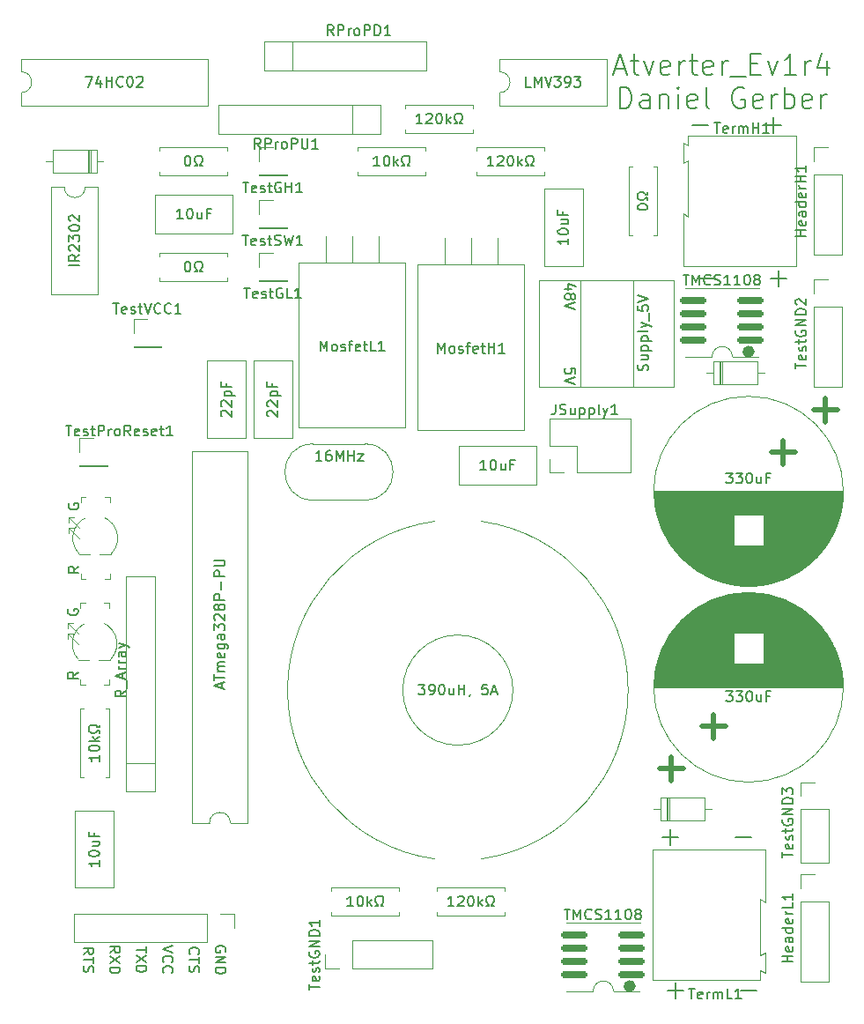
<source format=gto>
G04 #@! TF.GenerationSoftware,KiCad,Pcbnew,(6.0.6-0)*
G04 #@! TF.CreationDate,2022-09-27T20:01:56-07:00*
G04 #@! TF.ProjectId,Atverter_Ev1r4,41747665-7274-4657-925f-45763172342e,rev?*
G04 #@! TF.SameCoordinates,Original*
G04 #@! TF.FileFunction,Legend,Top*
G04 #@! TF.FilePolarity,Positive*
%FSLAX46Y46*%
G04 Gerber Fmt 4.6, Leading zero omitted, Abs format (unit mm)*
G04 Created by KiCad (PCBNEW (6.0.6-0)) date 2022-09-27 20:01:56*
%MOMM*%
%LPD*%
G01*
G04 APERTURE LIST*
G04 Aperture macros list*
%AMRoundRect*
0 Rectangle with rounded corners*
0 $1 Rounding radius*
0 $2 $3 $4 $5 $6 $7 $8 $9 X,Y pos of 4 corners*
0 Add a 4 corners polygon primitive as box body*
4,1,4,$2,$3,$4,$5,$6,$7,$8,$9,$2,$3,0*
0 Add four circle primitives for the rounded corners*
1,1,$1+$1,$2,$3*
1,1,$1+$1,$4,$5*
1,1,$1+$1,$6,$7*
1,1,$1+$1,$8,$9*
0 Add four rect primitives between the rounded corners*
20,1,$1+$1,$2,$3,$4,$5,0*
20,1,$1+$1,$4,$5,$6,$7,0*
20,1,$1+$1,$6,$7,$8,$9,0*
20,1,$1+$1,$8,$9,$2,$3,0*%
G04 Aperture macros list end*
%ADD10C,0.152400*%
%ADD11C,0.150000*%
%ADD12C,0.500000*%
%ADD13C,0.120000*%
%ADD14C,0.568000*%
%ADD15C,0.100000*%
%ADD16R,1.700000X1.700000*%
%ADD17O,1.600000X1.600000*%
%ADD18R,1.600000X1.600000*%
%ADD19O,1.700000X1.700000*%
%ADD20C,1.600000*%
%ADD21C,4.000000*%
%ADD22O,3.500000X3.500000*%
%ADD23R,1.905000X2.000000*%
%ADD24O,1.905000X2.000000*%
%ADD25R,2.400000X2.400000*%
%ADD26C,2.400000*%
%ADD27RoundRect,0.150000X1.100000X0.150000X-1.100000X0.150000X-1.100000X-0.150000X1.100000X-0.150000X0*%
%ADD28C,2.100000*%
%ADD29R,1.600000X2.400000*%
%ADD30O,1.600000X2.400000*%
%ADD31C,1.500000*%
%ADD32R,2.400000X1.600000*%
%ADD33O,2.400000X1.600000*%
%ADD34R,1.980000X3.960000*%
%ADD35O,1.980000X3.960000*%
%ADD36R,2.000000X1.905000*%
%ADD37O,2.000000X1.905000*%
G04 APERTURE END LIST*
D10*
X124334285Y-46983333D02*
X125286666Y-46983333D01*
X124143809Y-47554761D02*
X124810476Y-45554761D01*
X125477142Y-47554761D01*
X125858095Y-46221428D02*
X126620000Y-46221428D01*
X126143809Y-45554761D02*
X126143809Y-47269047D01*
X126239047Y-47459523D01*
X126429523Y-47554761D01*
X126620000Y-47554761D01*
X127096190Y-46221428D02*
X127572380Y-47554761D01*
X128048571Y-46221428D01*
X129572380Y-47459523D02*
X129381904Y-47554761D01*
X129000952Y-47554761D01*
X128810476Y-47459523D01*
X128715238Y-47269047D01*
X128715238Y-46507142D01*
X128810476Y-46316666D01*
X129000952Y-46221428D01*
X129381904Y-46221428D01*
X129572380Y-46316666D01*
X129667619Y-46507142D01*
X129667619Y-46697619D01*
X128715238Y-46888095D01*
X130524761Y-47554761D02*
X130524761Y-46221428D01*
X130524761Y-46602380D02*
X130620000Y-46411904D01*
X130715238Y-46316666D01*
X130905714Y-46221428D01*
X131096190Y-46221428D01*
X131477142Y-46221428D02*
X132239047Y-46221428D01*
X131762857Y-45554761D02*
X131762857Y-47269047D01*
X131858095Y-47459523D01*
X132048571Y-47554761D01*
X132239047Y-47554761D01*
X133667619Y-47459523D02*
X133477142Y-47554761D01*
X133096190Y-47554761D01*
X132905714Y-47459523D01*
X132810476Y-47269047D01*
X132810476Y-46507142D01*
X132905714Y-46316666D01*
X133096190Y-46221428D01*
X133477142Y-46221428D01*
X133667619Y-46316666D01*
X133762857Y-46507142D01*
X133762857Y-46697619D01*
X132810476Y-46888095D01*
X134620000Y-47554761D02*
X134620000Y-46221428D01*
X134620000Y-46602380D02*
X134715238Y-46411904D01*
X134810476Y-46316666D01*
X135000952Y-46221428D01*
X135191428Y-46221428D01*
X135381904Y-47745238D02*
X136905714Y-47745238D01*
X137381904Y-46507142D02*
X138048571Y-46507142D01*
X138334285Y-47554761D02*
X137381904Y-47554761D01*
X137381904Y-45554761D01*
X138334285Y-45554761D01*
X139000952Y-46221428D02*
X139477142Y-47554761D01*
X139953333Y-46221428D01*
X141762857Y-47554761D02*
X140620000Y-47554761D01*
X141191428Y-47554761D02*
X141191428Y-45554761D01*
X141000952Y-45840476D01*
X140810476Y-46030952D01*
X140620000Y-46126190D01*
X142620000Y-47554761D02*
X142620000Y-46221428D01*
X142620000Y-46602380D02*
X142715238Y-46411904D01*
X142810476Y-46316666D01*
X143000952Y-46221428D01*
X143191428Y-46221428D01*
X144715238Y-46221428D02*
X144715238Y-47554761D01*
X144239047Y-45459523D02*
X143762857Y-46888095D01*
X145000952Y-46888095D01*
X124810476Y-50774761D02*
X124810476Y-48774761D01*
X125286666Y-48774761D01*
X125572380Y-48870000D01*
X125762857Y-49060476D01*
X125858095Y-49250952D01*
X125953333Y-49631904D01*
X125953333Y-49917619D01*
X125858095Y-50298571D01*
X125762857Y-50489047D01*
X125572380Y-50679523D01*
X125286666Y-50774761D01*
X124810476Y-50774761D01*
X127667619Y-50774761D02*
X127667619Y-49727142D01*
X127572380Y-49536666D01*
X127381904Y-49441428D01*
X127000952Y-49441428D01*
X126810476Y-49536666D01*
X127667619Y-50679523D02*
X127477142Y-50774761D01*
X127000952Y-50774761D01*
X126810476Y-50679523D01*
X126715238Y-50489047D01*
X126715238Y-50298571D01*
X126810476Y-50108095D01*
X127000952Y-50012857D01*
X127477142Y-50012857D01*
X127667619Y-49917619D01*
X128620000Y-49441428D02*
X128620000Y-50774761D01*
X128620000Y-49631904D02*
X128715238Y-49536666D01*
X128905714Y-49441428D01*
X129191428Y-49441428D01*
X129381904Y-49536666D01*
X129477142Y-49727142D01*
X129477142Y-50774761D01*
X130429523Y-50774761D02*
X130429523Y-49441428D01*
X130429523Y-48774761D02*
X130334285Y-48870000D01*
X130429523Y-48965238D01*
X130524761Y-48870000D01*
X130429523Y-48774761D01*
X130429523Y-48965238D01*
X132143809Y-50679523D02*
X131953333Y-50774761D01*
X131572380Y-50774761D01*
X131381904Y-50679523D01*
X131286666Y-50489047D01*
X131286666Y-49727142D01*
X131381904Y-49536666D01*
X131572380Y-49441428D01*
X131953333Y-49441428D01*
X132143809Y-49536666D01*
X132239047Y-49727142D01*
X132239047Y-49917619D01*
X131286666Y-50108095D01*
X133381904Y-50774761D02*
X133191428Y-50679523D01*
X133096190Y-50489047D01*
X133096190Y-48774761D01*
X136715238Y-48870000D02*
X136524761Y-48774761D01*
X136239047Y-48774761D01*
X135953333Y-48870000D01*
X135762857Y-49060476D01*
X135667619Y-49250952D01*
X135572380Y-49631904D01*
X135572380Y-49917619D01*
X135667619Y-50298571D01*
X135762857Y-50489047D01*
X135953333Y-50679523D01*
X136239047Y-50774761D01*
X136429523Y-50774761D01*
X136715238Y-50679523D01*
X136810476Y-50584285D01*
X136810476Y-49917619D01*
X136429523Y-49917619D01*
X138429523Y-50679523D02*
X138239047Y-50774761D01*
X137858095Y-50774761D01*
X137667619Y-50679523D01*
X137572380Y-50489047D01*
X137572380Y-49727142D01*
X137667619Y-49536666D01*
X137858095Y-49441428D01*
X138239047Y-49441428D01*
X138429523Y-49536666D01*
X138524761Y-49727142D01*
X138524761Y-49917619D01*
X137572380Y-50108095D01*
X139381904Y-50774761D02*
X139381904Y-49441428D01*
X139381904Y-49822380D02*
X139477142Y-49631904D01*
X139572380Y-49536666D01*
X139762857Y-49441428D01*
X139953333Y-49441428D01*
X140620000Y-50774761D02*
X140620000Y-48774761D01*
X140620000Y-49536666D02*
X140810476Y-49441428D01*
X141191428Y-49441428D01*
X141381904Y-49536666D01*
X141477142Y-49631904D01*
X141572380Y-49822380D01*
X141572380Y-50393809D01*
X141477142Y-50584285D01*
X141381904Y-50679523D01*
X141191428Y-50774761D01*
X140810476Y-50774761D01*
X140620000Y-50679523D01*
X143191428Y-50679523D02*
X143000952Y-50774761D01*
X142620000Y-50774761D01*
X142429523Y-50679523D01*
X142334285Y-50489047D01*
X142334285Y-49727142D01*
X142429523Y-49536666D01*
X142620000Y-49441428D01*
X143000952Y-49441428D01*
X143191428Y-49536666D01*
X143286666Y-49727142D01*
X143286666Y-49917619D01*
X142334285Y-50108095D01*
X144143809Y-50774761D02*
X144143809Y-49441428D01*
X144143809Y-49822380D02*
X144239047Y-49631904D01*
X144334285Y-49536666D01*
X144524761Y-49441428D01*
X144715238Y-49441428D01*
D11*
X71517523Y-81240380D02*
X72088952Y-81240380D01*
X71803238Y-82240380D02*
X71803238Y-81240380D01*
X72803238Y-82192761D02*
X72708000Y-82240380D01*
X72517523Y-82240380D01*
X72422285Y-82192761D01*
X72374666Y-82097523D01*
X72374666Y-81716571D01*
X72422285Y-81621333D01*
X72517523Y-81573714D01*
X72708000Y-81573714D01*
X72803238Y-81621333D01*
X72850857Y-81716571D01*
X72850857Y-81811809D01*
X72374666Y-81907047D01*
X73231809Y-82192761D02*
X73327047Y-82240380D01*
X73517523Y-82240380D01*
X73612761Y-82192761D01*
X73660380Y-82097523D01*
X73660380Y-82049904D01*
X73612761Y-81954666D01*
X73517523Y-81907047D01*
X73374666Y-81907047D01*
X73279428Y-81859428D01*
X73231809Y-81764190D01*
X73231809Y-81716571D01*
X73279428Y-81621333D01*
X73374666Y-81573714D01*
X73517523Y-81573714D01*
X73612761Y-81621333D01*
X73946095Y-81573714D02*
X74327047Y-81573714D01*
X74088952Y-81240380D02*
X74088952Y-82097523D01*
X74136571Y-82192761D01*
X74231809Y-82240380D01*
X74327047Y-82240380D01*
X74660380Y-82240380D02*
X74660380Y-81240380D01*
X75041333Y-81240380D01*
X75136571Y-81288000D01*
X75184190Y-81335619D01*
X75231809Y-81430857D01*
X75231809Y-81573714D01*
X75184190Y-81668952D01*
X75136571Y-81716571D01*
X75041333Y-81764190D01*
X74660380Y-81764190D01*
X75660380Y-82240380D02*
X75660380Y-81573714D01*
X75660380Y-81764190D02*
X75708000Y-81668952D01*
X75755619Y-81621333D01*
X75850857Y-81573714D01*
X75946095Y-81573714D01*
X76422285Y-82240380D02*
X76327047Y-82192761D01*
X76279428Y-82145142D01*
X76231809Y-82049904D01*
X76231809Y-81764190D01*
X76279428Y-81668952D01*
X76327047Y-81621333D01*
X76422285Y-81573714D01*
X76565142Y-81573714D01*
X76660380Y-81621333D01*
X76708000Y-81668952D01*
X76755619Y-81764190D01*
X76755619Y-82049904D01*
X76708000Y-82145142D01*
X76660380Y-82192761D01*
X76565142Y-82240380D01*
X76422285Y-82240380D01*
X77755619Y-82240380D02*
X77422285Y-81764190D01*
X77184190Y-82240380D02*
X77184190Y-81240380D01*
X77565142Y-81240380D01*
X77660380Y-81288000D01*
X77708000Y-81335619D01*
X77755619Y-81430857D01*
X77755619Y-81573714D01*
X77708000Y-81668952D01*
X77660380Y-81716571D01*
X77565142Y-81764190D01*
X77184190Y-81764190D01*
X78565142Y-82192761D02*
X78469904Y-82240380D01*
X78279428Y-82240380D01*
X78184190Y-82192761D01*
X78136571Y-82097523D01*
X78136571Y-81716571D01*
X78184190Y-81621333D01*
X78279428Y-81573714D01*
X78469904Y-81573714D01*
X78565142Y-81621333D01*
X78612761Y-81716571D01*
X78612761Y-81811809D01*
X78136571Y-81907047D01*
X78993714Y-82192761D02*
X79088952Y-82240380D01*
X79279428Y-82240380D01*
X79374666Y-82192761D01*
X79422285Y-82097523D01*
X79422285Y-82049904D01*
X79374666Y-81954666D01*
X79279428Y-81907047D01*
X79136571Y-81907047D01*
X79041333Y-81859428D01*
X78993714Y-81764190D01*
X78993714Y-81716571D01*
X79041333Y-81621333D01*
X79136571Y-81573714D01*
X79279428Y-81573714D01*
X79374666Y-81621333D01*
X80231809Y-82192761D02*
X80136571Y-82240380D01*
X79946095Y-82240380D01*
X79850857Y-82192761D01*
X79803238Y-82097523D01*
X79803238Y-81716571D01*
X79850857Y-81621333D01*
X79946095Y-81573714D01*
X80136571Y-81573714D01*
X80231809Y-81621333D01*
X80279428Y-81716571D01*
X80279428Y-81811809D01*
X79803238Y-81907047D01*
X80565142Y-81573714D02*
X80946095Y-81573714D01*
X80708000Y-81240380D02*
X80708000Y-82097523D01*
X80755619Y-82192761D01*
X80850857Y-82240380D01*
X80946095Y-82240380D01*
X81803238Y-82240380D02*
X81231809Y-82240380D01*
X81517523Y-82240380D02*
X81517523Y-81240380D01*
X81422285Y-81383238D01*
X81327047Y-81478476D01*
X81231809Y-81526095D01*
X90257619Y-54668380D02*
X89924285Y-54192190D01*
X89686190Y-54668380D02*
X89686190Y-53668380D01*
X90067142Y-53668380D01*
X90162380Y-53716000D01*
X90210000Y-53763619D01*
X90257619Y-53858857D01*
X90257619Y-54001714D01*
X90210000Y-54096952D01*
X90162380Y-54144571D01*
X90067142Y-54192190D01*
X89686190Y-54192190D01*
X90686190Y-54668380D02*
X90686190Y-53668380D01*
X91067142Y-53668380D01*
X91162380Y-53716000D01*
X91210000Y-53763619D01*
X91257619Y-53858857D01*
X91257619Y-54001714D01*
X91210000Y-54096952D01*
X91162380Y-54144571D01*
X91067142Y-54192190D01*
X90686190Y-54192190D01*
X91686190Y-54668380D02*
X91686190Y-54001714D01*
X91686190Y-54192190D02*
X91733809Y-54096952D01*
X91781428Y-54049333D01*
X91876666Y-54001714D01*
X91971904Y-54001714D01*
X92448095Y-54668380D02*
X92352857Y-54620761D01*
X92305238Y-54573142D01*
X92257619Y-54477904D01*
X92257619Y-54192190D01*
X92305238Y-54096952D01*
X92352857Y-54049333D01*
X92448095Y-54001714D01*
X92590952Y-54001714D01*
X92686190Y-54049333D01*
X92733809Y-54096952D01*
X92781428Y-54192190D01*
X92781428Y-54477904D01*
X92733809Y-54573142D01*
X92686190Y-54620761D01*
X92590952Y-54668380D01*
X92448095Y-54668380D01*
X93210000Y-54668380D02*
X93210000Y-53668380D01*
X93590952Y-53668380D01*
X93686190Y-53716000D01*
X93733809Y-53763619D01*
X93781428Y-53858857D01*
X93781428Y-54001714D01*
X93733809Y-54096952D01*
X93686190Y-54144571D01*
X93590952Y-54192190D01*
X93210000Y-54192190D01*
X94210000Y-53668380D02*
X94210000Y-54477904D01*
X94257619Y-54573142D01*
X94305238Y-54620761D01*
X94400476Y-54668380D01*
X94590952Y-54668380D01*
X94686190Y-54620761D01*
X94733809Y-54573142D01*
X94781428Y-54477904D01*
X94781428Y-53668380D01*
X95781428Y-54668380D02*
X95210000Y-54668380D01*
X95495714Y-54668380D02*
X95495714Y-53668380D01*
X95400476Y-53811238D01*
X95305238Y-53906476D01*
X95210000Y-53954095D01*
X118602476Y-79208380D02*
X118602476Y-79922666D01*
X118554857Y-80065523D01*
X118459619Y-80160761D01*
X118316761Y-80208380D01*
X118221523Y-80208380D01*
X119031047Y-80160761D02*
X119173904Y-80208380D01*
X119412000Y-80208380D01*
X119507238Y-80160761D01*
X119554857Y-80113142D01*
X119602476Y-80017904D01*
X119602476Y-79922666D01*
X119554857Y-79827428D01*
X119507238Y-79779809D01*
X119412000Y-79732190D01*
X119221523Y-79684571D01*
X119126285Y-79636952D01*
X119078666Y-79589333D01*
X119031047Y-79494095D01*
X119031047Y-79398857D01*
X119078666Y-79303619D01*
X119126285Y-79256000D01*
X119221523Y-79208380D01*
X119459619Y-79208380D01*
X119602476Y-79256000D01*
X120459619Y-79541714D02*
X120459619Y-80208380D01*
X120031047Y-79541714D02*
X120031047Y-80065523D01*
X120078666Y-80160761D01*
X120173904Y-80208380D01*
X120316761Y-80208380D01*
X120412000Y-80160761D01*
X120459619Y-80113142D01*
X120935809Y-79541714D02*
X120935809Y-80541714D01*
X120935809Y-79589333D02*
X121031047Y-79541714D01*
X121221523Y-79541714D01*
X121316761Y-79589333D01*
X121364380Y-79636952D01*
X121412000Y-79732190D01*
X121412000Y-80017904D01*
X121364380Y-80113142D01*
X121316761Y-80160761D01*
X121221523Y-80208380D01*
X121031047Y-80208380D01*
X120935809Y-80160761D01*
X121840571Y-79541714D02*
X121840571Y-80541714D01*
X121840571Y-79589333D02*
X121935809Y-79541714D01*
X122126285Y-79541714D01*
X122221523Y-79589333D01*
X122269142Y-79636952D01*
X122316761Y-79732190D01*
X122316761Y-80017904D01*
X122269142Y-80113142D01*
X122221523Y-80160761D01*
X122126285Y-80208380D01*
X121935809Y-80208380D01*
X121840571Y-80160761D01*
X122888190Y-80208380D02*
X122792952Y-80160761D01*
X122745333Y-80065523D01*
X122745333Y-79208380D01*
X123173904Y-79541714D02*
X123412000Y-80208380D01*
X123650095Y-79541714D02*
X123412000Y-80208380D01*
X123316761Y-80446476D01*
X123269142Y-80494095D01*
X123173904Y-80541714D01*
X124554857Y-80208380D02*
X123983428Y-80208380D01*
X124269142Y-80208380D02*
X124269142Y-79208380D01*
X124173904Y-79351238D01*
X124078666Y-79446476D01*
X123983428Y-79494095D01*
X88511428Y-62952380D02*
X89082857Y-62952380D01*
X88797142Y-63952380D02*
X88797142Y-62952380D01*
X89797142Y-63904761D02*
X89701904Y-63952380D01*
X89511428Y-63952380D01*
X89416190Y-63904761D01*
X89368571Y-63809523D01*
X89368571Y-63428571D01*
X89416190Y-63333333D01*
X89511428Y-63285714D01*
X89701904Y-63285714D01*
X89797142Y-63333333D01*
X89844761Y-63428571D01*
X89844761Y-63523809D01*
X89368571Y-63619047D01*
X90225714Y-63904761D02*
X90320952Y-63952380D01*
X90511428Y-63952380D01*
X90606666Y-63904761D01*
X90654285Y-63809523D01*
X90654285Y-63761904D01*
X90606666Y-63666666D01*
X90511428Y-63619047D01*
X90368571Y-63619047D01*
X90273333Y-63571428D01*
X90225714Y-63476190D01*
X90225714Y-63428571D01*
X90273333Y-63333333D01*
X90368571Y-63285714D01*
X90511428Y-63285714D01*
X90606666Y-63333333D01*
X90940000Y-63285714D02*
X91320952Y-63285714D01*
X91082857Y-62952380D02*
X91082857Y-63809523D01*
X91130476Y-63904761D01*
X91225714Y-63952380D01*
X91320952Y-63952380D01*
X91606666Y-63904761D02*
X91749523Y-63952380D01*
X91987619Y-63952380D01*
X92082857Y-63904761D01*
X92130476Y-63857142D01*
X92178095Y-63761904D01*
X92178095Y-63666666D01*
X92130476Y-63571428D01*
X92082857Y-63523809D01*
X91987619Y-63476190D01*
X91797142Y-63428571D01*
X91701904Y-63380952D01*
X91654285Y-63333333D01*
X91606666Y-63238095D01*
X91606666Y-63142857D01*
X91654285Y-63047619D01*
X91701904Y-63000000D01*
X91797142Y-62952380D01*
X92035238Y-62952380D01*
X92178095Y-63000000D01*
X92511428Y-62952380D02*
X92749523Y-63952380D01*
X92940000Y-63238095D01*
X93130476Y-63952380D01*
X93368571Y-62952380D01*
X94273333Y-63952380D02*
X93701904Y-63952380D01*
X93987619Y-63952380D02*
X93987619Y-62952380D01*
X93892380Y-63095238D01*
X93797142Y-63190476D01*
X93701904Y-63238095D01*
X74747380Y-112926666D02*
X74747380Y-113498095D01*
X74747380Y-113212380D02*
X73747380Y-113212380D01*
X73890238Y-113307619D01*
X73985476Y-113402857D01*
X74033095Y-113498095D01*
X73747380Y-112307619D02*
X73747380Y-112212380D01*
X73795000Y-112117142D01*
X73842619Y-112069523D01*
X73937857Y-112021904D01*
X74128333Y-111974285D01*
X74366428Y-111974285D01*
X74556904Y-112021904D01*
X74652142Y-112069523D01*
X74699761Y-112117142D01*
X74747380Y-112212380D01*
X74747380Y-112307619D01*
X74699761Y-112402857D01*
X74652142Y-112450476D01*
X74556904Y-112498095D01*
X74366428Y-112545714D01*
X74128333Y-112545714D01*
X73937857Y-112498095D01*
X73842619Y-112450476D01*
X73795000Y-112402857D01*
X73747380Y-112307619D01*
X74747380Y-111545714D02*
X73747380Y-111545714D01*
X74366428Y-111450476D02*
X74747380Y-111164761D01*
X74080714Y-111164761D02*
X74461666Y-111545714D01*
X74747380Y-110783809D02*
X74747380Y-110545714D01*
X74556904Y-110545714D01*
X74509285Y-110640952D01*
X74414047Y-110736190D01*
X74271190Y-110783809D01*
X74033095Y-110783809D01*
X73890238Y-110736190D01*
X73795000Y-110640952D01*
X73747380Y-110498095D01*
X73747380Y-110307619D01*
X73795000Y-110164761D01*
X73890238Y-110069523D01*
X74033095Y-110021904D01*
X74271190Y-110021904D01*
X74414047Y-110069523D01*
X74509285Y-110164761D01*
X74556904Y-110260000D01*
X74747380Y-110260000D01*
X74747380Y-110021904D01*
X105434285Y-106132380D02*
X106053333Y-106132380D01*
X105720000Y-106513333D01*
X105862857Y-106513333D01*
X105958095Y-106560952D01*
X106005714Y-106608571D01*
X106053333Y-106703809D01*
X106053333Y-106941904D01*
X106005714Y-107037142D01*
X105958095Y-107084761D01*
X105862857Y-107132380D01*
X105577142Y-107132380D01*
X105481904Y-107084761D01*
X105434285Y-107037142D01*
X106529523Y-107132380D02*
X106720000Y-107132380D01*
X106815238Y-107084761D01*
X106862857Y-107037142D01*
X106958095Y-106894285D01*
X107005714Y-106703809D01*
X107005714Y-106322857D01*
X106958095Y-106227619D01*
X106910476Y-106180000D01*
X106815238Y-106132380D01*
X106624761Y-106132380D01*
X106529523Y-106180000D01*
X106481904Y-106227619D01*
X106434285Y-106322857D01*
X106434285Y-106560952D01*
X106481904Y-106656190D01*
X106529523Y-106703809D01*
X106624761Y-106751428D01*
X106815238Y-106751428D01*
X106910476Y-106703809D01*
X106958095Y-106656190D01*
X107005714Y-106560952D01*
X107624761Y-106132380D02*
X107720000Y-106132380D01*
X107815238Y-106180000D01*
X107862857Y-106227619D01*
X107910476Y-106322857D01*
X107958095Y-106513333D01*
X107958095Y-106751428D01*
X107910476Y-106941904D01*
X107862857Y-107037142D01*
X107815238Y-107084761D01*
X107720000Y-107132380D01*
X107624761Y-107132380D01*
X107529523Y-107084761D01*
X107481904Y-107037142D01*
X107434285Y-106941904D01*
X107386666Y-106751428D01*
X107386666Y-106513333D01*
X107434285Y-106322857D01*
X107481904Y-106227619D01*
X107529523Y-106180000D01*
X107624761Y-106132380D01*
X108815238Y-106465714D02*
X108815238Y-107132380D01*
X108386666Y-106465714D02*
X108386666Y-106989523D01*
X108434285Y-107084761D01*
X108529523Y-107132380D01*
X108672380Y-107132380D01*
X108767619Y-107084761D01*
X108815238Y-107037142D01*
X109291428Y-107132380D02*
X109291428Y-106132380D01*
X109291428Y-106608571D02*
X109862857Y-106608571D01*
X109862857Y-107132380D02*
X109862857Y-106132380D01*
X110386666Y-107084761D02*
X110386666Y-107132380D01*
X110339047Y-107227619D01*
X110291428Y-107275238D01*
X112053333Y-106132380D02*
X111577142Y-106132380D01*
X111529523Y-106608571D01*
X111577142Y-106560952D01*
X111672380Y-106513333D01*
X111910476Y-106513333D01*
X112005714Y-106560952D01*
X112053333Y-106608571D01*
X112100952Y-106703809D01*
X112100952Y-106941904D01*
X112053333Y-107037142D01*
X112005714Y-107084761D01*
X111910476Y-107132380D01*
X111672380Y-107132380D01*
X111577142Y-107084761D01*
X111529523Y-107037142D01*
X112481904Y-106846666D02*
X112958095Y-106846666D01*
X112386666Y-107132380D02*
X112720000Y-106132380D01*
X113053333Y-107132380D01*
X95988571Y-74112380D02*
X95988571Y-73112380D01*
X96321904Y-73826666D01*
X96655238Y-73112380D01*
X96655238Y-74112380D01*
X97274285Y-74112380D02*
X97179047Y-74064761D01*
X97131428Y-74017142D01*
X97083809Y-73921904D01*
X97083809Y-73636190D01*
X97131428Y-73540952D01*
X97179047Y-73493333D01*
X97274285Y-73445714D01*
X97417142Y-73445714D01*
X97512380Y-73493333D01*
X97560000Y-73540952D01*
X97607619Y-73636190D01*
X97607619Y-73921904D01*
X97560000Y-74017142D01*
X97512380Y-74064761D01*
X97417142Y-74112380D01*
X97274285Y-74112380D01*
X97988571Y-74064761D02*
X98083809Y-74112380D01*
X98274285Y-74112380D01*
X98369523Y-74064761D01*
X98417142Y-73969523D01*
X98417142Y-73921904D01*
X98369523Y-73826666D01*
X98274285Y-73779047D01*
X98131428Y-73779047D01*
X98036190Y-73731428D01*
X97988571Y-73636190D01*
X97988571Y-73588571D01*
X98036190Y-73493333D01*
X98131428Y-73445714D01*
X98274285Y-73445714D01*
X98369523Y-73493333D01*
X98702857Y-73445714D02*
X99083809Y-73445714D01*
X98845714Y-74112380D02*
X98845714Y-73255238D01*
X98893333Y-73160000D01*
X98988571Y-73112380D01*
X99083809Y-73112380D01*
X99798095Y-74064761D02*
X99702857Y-74112380D01*
X99512380Y-74112380D01*
X99417142Y-74064761D01*
X99369523Y-73969523D01*
X99369523Y-73588571D01*
X99417142Y-73493333D01*
X99512380Y-73445714D01*
X99702857Y-73445714D01*
X99798095Y-73493333D01*
X99845714Y-73588571D01*
X99845714Y-73683809D01*
X99369523Y-73779047D01*
X100131428Y-73445714D02*
X100512380Y-73445714D01*
X100274285Y-73112380D02*
X100274285Y-73969523D01*
X100321904Y-74064761D01*
X100417142Y-74112380D01*
X100512380Y-74112380D01*
X101321904Y-74112380D02*
X100845714Y-74112380D01*
X100845714Y-73112380D01*
X102179047Y-74112380D02*
X101607619Y-74112380D01*
X101893333Y-74112380D02*
X101893333Y-73112380D01*
X101798095Y-73255238D01*
X101702857Y-73350476D01*
X101607619Y-73398095D01*
X141692380Y-75804761D02*
X141692380Y-75233333D01*
X142692380Y-75519047D02*
X141692380Y-75519047D01*
X142644761Y-74519047D02*
X142692380Y-74614285D01*
X142692380Y-74804761D01*
X142644761Y-74900000D01*
X142549523Y-74947619D01*
X142168571Y-74947619D01*
X142073333Y-74900000D01*
X142025714Y-74804761D01*
X142025714Y-74614285D01*
X142073333Y-74519047D01*
X142168571Y-74471428D01*
X142263809Y-74471428D01*
X142359047Y-74947619D01*
X142644761Y-74090476D02*
X142692380Y-73995238D01*
X142692380Y-73804761D01*
X142644761Y-73709523D01*
X142549523Y-73661904D01*
X142501904Y-73661904D01*
X142406666Y-73709523D01*
X142359047Y-73804761D01*
X142359047Y-73947619D01*
X142311428Y-74042857D01*
X142216190Y-74090476D01*
X142168571Y-74090476D01*
X142073333Y-74042857D01*
X142025714Y-73947619D01*
X142025714Y-73804761D01*
X142073333Y-73709523D01*
X142025714Y-73376190D02*
X142025714Y-72995238D01*
X141692380Y-73233333D02*
X142549523Y-73233333D01*
X142644761Y-73185714D01*
X142692380Y-73090476D01*
X142692380Y-72995238D01*
X141740000Y-72138095D02*
X141692380Y-72233333D01*
X141692380Y-72376190D01*
X141740000Y-72519047D01*
X141835238Y-72614285D01*
X141930476Y-72661904D01*
X142120952Y-72709523D01*
X142263809Y-72709523D01*
X142454285Y-72661904D01*
X142549523Y-72614285D01*
X142644761Y-72519047D01*
X142692380Y-72376190D01*
X142692380Y-72280952D01*
X142644761Y-72138095D01*
X142597142Y-72090476D01*
X142263809Y-72090476D01*
X142263809Y-72280952D01*
X142692380Y-71661904D02*
X141692380Y-71661904D01*
X142692380Y-71090476D01*
X141692380Y-71090476D01*
X142692380Y-70614285D02*
X141692380Y-70614285D01*
X141692380Y-70376190D01*
X141740000Y-70233333D01*
X141835238Y-70138095D01*
X141930476Y-70090476D01*
X142120952Y-70042857D01*
X142263809Y-70042857D01*
X142454285Y-70090476D01*
X142549523Y-70138095D01*
X142644761Y-70233333D01*
X142692380Y-70376190D01*
X142692380Y-70614285D01*
X141787619Y-69661904D02*
X141740000Y-69614285D01*
X141692380Y-69519047D01*
X141692380Y-69280952D01*
X141740000Y-69185714D01*
X141787619Y-69138095D01*
X141882857Y-69090476D01*
X141978095Y-69090476D01*
X142120952Y-69138095D01*
X142692380Y-69709523D01*
X142692380Y-69090476D01*
X88654285Y-68032380D02*
X89225714Y-68032380D01*
X88940000Y-69032380D02*
X88940000Y-68032380D01*
X89940000Y-68984761D02*
X89844761Y-69032380D01*
X89654285Y-69032380D01*
X89559047Y-68984761D01*
X89511428Y-68889523D01*
X89511428Y-68508571D01*
X89559047Y-68413333D01*
X89654285Y-68365714D01*
X89844761Y-68365714D01*
X89940000Y-68413333D01*
X89987619Y-68508571D01*
X89987619Y-68603809D01*
X89511428Y-68699047D01*
X90368571Y-68984761D02*
X90463809Y-69032380D01*
X90654285Y-69032380D01*
X90749523Y-68984761D01*
X90797142Y-68889523D01*
X90797142Y-68841904D01*
X90749523Y-68746666D01*
X90654285Y-68699047D01*
X90511428Y-68699047D01*
X90416190Y-68651428D01*
X90368571Y-68556190D01*
X90368571Y-68508571D01*
X90416190Y-68413333D01*
X90511428Y-68365714D01*
X90654285Y-68365714D01*
X90749523Y-68413333D01*
X91082857Y-68365714D02*
X91463809Y-68365714D01*
X91225714Y-68032380D02*
X91225714Y-68889523D01*
X91273333Y-68984761D01*
X91368571Y-69032380D01*
X91463809Y-69032380D01*
X92320952Y-68080000D02*
X92225714Y-68032380D01*
X92082857Y-68032380D01*
X91940000Y-68080000D01*
X91844761Y-68175238D01*
X91797142Y-68270476D01*
X91749523Y-68460952D01*
X91749523Y-68603809D01*
X91797142Y-68794285D01*
X91844761Y-68889523D01*
X91940000Y-68984761D01*
X92082857Y-69032380D01*
X92178095Y-69032380D01*
X92320952Y-68984761D01*
X92368571Y-68937142D01*
X92368571Y-68603809D01*
X92178095Y-68603809D01*
X93273333Y-69032380D02*
X92797142Y-69032380D01*
X92797142Y-68032380D01*
X94130476Y-69032380D02*
X93559047Y-69032380D01*
X93844761Y-69032380D02*
X93844761Y-68032380D01*
X93749523Y-68175238D01*
X93654285Y-68270476D01*
X93559047Y-68318095D01*
X83200952Y-55332380D02*
X83296190Y-55332380D01*
X83391428Y-55380000D01*
X83439047Y-55427619D01*
X83486666Y-55522857D01*
X83534285Y-55713333D01*
X83534285Y-55951428D01*
X83486666Y-56141904D01*
X83439047Y-56237142D01*
X83391428Y-56284761D01*
X83296190Y-56332380D01*
X83200952Y-56332380D01*
X83105714Y-56284761D01*
X83058095Y-56237142D01*
X83010476Y-56141904D01*
X82962857Y-55951428D01*
X82962857Y-55713333D01*
X83010476Y-55522857D01*
X83058095Y-55427619D01*
X83105714Y-55380000D01*
X83200952Y-55332380D01*
X83915238Y-56332380D02*
X84153333Y-56332380D01*
X84153333Y-56141904D01*
X84058095Y-56094285D01*
X83962857Y-55999047D01*
X83915238Y-55856190D01*
X83915238Y-55618095D01*
X83962857Y-55475238D01*
X84058095Y-55380000D01*
X84200952Y-55332380D01*
X84391428Y-55332380D01*
X84534285Y-55380000D01*
X84629523Y-55475238D01*
X84677142Y-55618095D01*
X84677142Y-55856190D01*
X84629523Y-55999047D01*
X84534285Y-56094285D01*
X84439047Y-56141904D01*
X84439047Y-56332380D01*
X84677142Y-56332380D01*
X134993333Y-85812380D02*
X135612380Y-85812380D01*
X135279047Y-86193333D01*
X135421904Y-86193333D01*
X135517142Y-86240952D01*
X135564761Y-86288571D01*
X135612380Y-86383809D01*
X135612380Y-86621904D01*
X135564761Y-86717142D01*
X135517142Y-86764761D01*
X135421904Y-86812380D01*
X135136190Y-86812380D01*
X135040952Y-86764761D01*
X134993333Y-86717142D01*
X135945714Y-85812380D02*
X136564761Y-85812380D01*
X136231428Y-86193333D01*
X136374285Y-86193333D01*
X136469523Y-86240952D01*
X136517142Y-86288571D01*
X136564761Y-86383809D01*
X136564761Y-86621904D01*
X136517142Y-86717142D01*
X136469523Y-86764761D01*
X136374285Y-86812380D01*
X136088571Y-86812380D01*
X135993333Y-86764761D01*
X135945714Y-86717142D01*
X137183809Y-85812380D02*
X137279047Y-85812380D01*
X137374285Y-85860000D01*
X137421904Y-85907619D01*
X137469523Y-86002857D01*
X137517142Y-86193333D01*
X137517142Y-86431428D01*
X137469523Y-86621904D01*
X137421904Y-86717142D01*
X137374285Y-86764761D01*
X137279047Y-86812380D01*
X137183809Y-86812380D01*
X137088571Y-86764761D01*
X137040952Y-86717142D01*
X136993333Y-86621904D01*
X136945714Y-86431428D01*
X136945714Y-86193333D01*
X136993333Y-86002857D01*
X137040952Y-85907619D01*
X137088571Y-85860000D01*
X137183809Y-85812380D01*
X138374285Y-86145714D02*
X138374285Y-86812380D01*
X137945714Y-86145714D02*
X137945714Y-86669523D01*
X137993333Y-86764761D01*
X138088571Y-86812380D01*
X138231428Y-86812380D01*
X138326666Y-86764761D01*
X138374285Y-86717142D01*
X139183809Y-86288571D02*
X138850476Y-86288571D01*
X138850476Y-86812380D02*
X138850476Y-85812380D01*
X139326666Y-85812380D01*
D12*
X140501714Y-82677142D02*
X140501714Y-84962857D01*
X139358857Y-83820000D02*
X141644571Y-83820000D01*
X144565714Y-78613142D02*
X144565714Y-80898857D01*
X143422857Y-79756000D02*
X145708571Y-79756000D01*
D11*
X83200952Y-65492380D02*
X83296190Y-65492380D01*
X83391428Y-65540000D01*
X83439047Y-65587619D01*
X83486666Y-65682857D01*
X83534285Y-65873333D01*
X83534285Y-66111428D01*
X83486666Y-66301904D01*
X83439047Y-66397142D01*
X83391428Y-66444761D01*
X83296190Y-66492380D01*
X83200952Y-66492380D01*
X83105714Y-66444761D01*
X83058095Y-66397142D01*
X83010476Y-66301904D01*
X82962857Y-66111428D01*
X82962857Y-65873333D01*
X83010476Y-65682857D01*
X83058095Y-65587619D01*
X83105714Y-65540000D01*
X83200952Y-65492380D01*
X83915238Y-66492380D02*
X84153333Y-66492380D01*
X84153333Y-66301904D01*
X84058095Y-66254285D01*
X83962857Y-66159047D01*
X83915238Y-66016190D01*
X83915238Y-65778095D01*
X83962857Y-65635238D01*
X84058095Y-65540000D01*
X84200952Y-65492380D01*
X84391428Y-65492380D01*
X84534285Y-65540000D01*
X84629523Y-65635238D01*
X84677142Y-65778095D01*
X84677142Y-66016190D01*
X84629523Y-66159047D01*
X84534285Y-66254285D01*
X84439047Y-66301904D01*
X84439047Y-66492380D01*
X84677142Y-66492380D01*
X130881904Y-66762380D02*
X131453333Y-66762380D01*
X131167619Y-67762380D02*
X131167619Y-66762380D01*
X131786666Y-67762380D02*
X131786666Y-66762380D01*
X132120000Y-67476666D01*
X132453333Y-66762380D01*
X132453333Y-67762380D01*
X133500952Y-67667142D02*
X133453333Y-67714761D01*
X133310476Y-67762380D01*
X133215238Y-67762380D01*
X133072380Y-67714761D01*
X132977142Y-67619523D01*
X132929523Y-67524285D01*
X132881904Y-67333809D01*
X132881904Y-67190952D01*
X132929523Y-67000476D01*
X132977142Y-66905238D01*
X133072380Y-66810000D01*
X133215238Y-66762380D01*
X133310476Y-66762380D01*
X133453333Y-66810000D01*
X133500952Y-66857619D01*
X133881904Y-67714761D02*
X134024761Y-67762380D01*
X134262857Y-67762380D01*
X134358095Y-67714761D01*
X134405714Y-67667142D01*
X134453333Y-67571904D01*
X134453333Y-67476666D01*
X134405714Y-67381428D01*
X134358095Y-67333809D01*
X134262857Y-67286190D01*
X134072380Y-67238571D01*
X133977142Y-67190952D01*
X133929523Y-67143333D01*
X133881904Y-67048095D01*
X133881904Y-66952857D01*
X133929523Y-66857619D01*
X133977142Y-66810000D01*
X134072380Y-66762380D01*
X134310476Y-66762380D01*
X134453333Y-66810000D01*
X135405714Y-67762380D02*
X134834285Y-67762380D01*
X135120000Y-67762380D02*
X135120000Y-66762380D01*
X135024761Y-66905238D01*
X134929523Y-67000476D01*
X134834285Y-67048095D01*
X136358095Y-67762380D02*
X135786666Y-67762380D01*
X136072380Y-67762380D02*
X136072380Y-66762380D01*
X135977142Y-66905238D01*
X135881904Y-67000476D01*
X135786666Y-67048095D01*
X136977142Y-66762380D02*
X137072380Y-66762380D01*
X137167619Y-66810000D01*
X137215238Y-66857619D01*
X137262857Y-66952857D01*
X137310476Y-67143333D01*
X137310476Y-67381428D01*
X137262857Y-67571904D01*
X137215238Y-67667142D01*
X137167619Y-67714761D01*
X137072380Y-67762380D01*
X136977142Y-67762380D01*
X136881904Y-67714761D01*
X136834285Y-67667142D01*
X136786666Y-67571904D01*
X136739047Y-67381428D01*
X136739047Y-67143333D01*
X136786666Y-66952857D01*
X136834285Y-66857619D01*
X136881904Y-66810000D01*
X136977142Y-66762380D01*
X137881904Y-67190952D02*
X137786666Y-67143333D01*
X137739047Y-67095714D01*
X137691428Y-67000476D01*
X137691428Y-66952857D01*
X137739047Y-66857619D01*
X137786666Y-66810000D01*
X137881904Y-66762380D01*
X138072380Y-66762380D01*
X138167619Y-66810000D01*
X138215238Y-66857619D01*
X138262857Y-66952857D01*
X138262857Y-67000476D01*
X138215238Y-67095714D01*
X138167619Y-67143333D01*
X138072380Y-67190952D01*
X137881904Y-67190952D01*
X137786666Y-67238571D01*
X137739047Y-67286190D01*
X137691428Y-67381428D01*
X137691428Y-67571904D01*
X137739047Y-67667142D01*
X137786666Y-67714761D01*
X137881904Y-67762380D01*
X138072380Y-67762380D01*
X138167619Y-67714761D01*
X138215238Y-67667142D01*
X138262857Y-67571904D01*
X138262857Y-67381428D01*
X138215238Y-67286190D01*
X138167619Y-67238571D01*
X138072380Y-67190952D01*
X86516666Y-106520476D02*
X86516666Y-106044285D01*
X86802380Y-106615714D02*
X85802380Y-106282380D01*
X86802380Y-105949047D01*
X85802380Y-105758571D02*
X85802380Y-105187142D01*
X86802380Y-105472857D02*
X85802380Y-105472857D01*
X86802380Y-104853809D02*
X86135714Y-104853809D01*
X86230952Y-104853809D02*
X86183333Y-104806190D01*
X86135714Y-104710952D01*
X86135714Y-104568095D01*
X86183333Y-104472857D01*
X86278571Y-104425238D01*
X86802380Y-104425238D01*
X86278571Y-104425238D02*
X86183333Y-104377619D01*
X86135714Y-104282380D01*
X86135714Y-104139523D01*
X86183333Y-104044285D01*
X86278571Y-103996666D01*
X86802380Y-103996666D01*
X86754761Y-103139523D02*
X86802380Y-103234761D01*
X86802380Y-103425238D01*
X86754761Y-103520476D01*
X86659523Y-103568095D01*
X86278571Y-103568095D01*
X86183333Y-103520476D01*
X86135714Y-103425238D01*
X86135714Y-103234761D01*
X86183333Y-103139523D01*
X86278571Y-103091904D01*
X86373809Y-103091904D01*
X86469047Y-103568095D01*
X86135714Y-102234761D02*
X86945238Y-102234761D01*
X87040476Y-102282380D01*
X87088095Y-102330000D01*
X87135714Y-102425238D01*
X87135714Y-102568095D01*
X87088095Y-102663333D01*
X86754761Y-102234761D02*
X86802380Y-102330000D01*
X86802380Y-102520476D01*
X86754761Y-102615714D01*
X86707142Y-102663333D01*
X86611904Y-102710952D01*
X86326190Y-102710952D01*
X86230952Y-102663333D01*
X86183333Y-102615714D01*
X86135714Y-102520476D01*
X86135714Y-102330000D01*
X86183333Y-102234761D01*
X86802380Y-101330000D02*
X86278571Y-101330000D01*
X86183333Y-101377619D01*
X86135714Y-101472857D01*
X86135714Y-101663333D01*
X86183333Y-101758571D01*
X86754761Y-101330000D02*
X86802380Y-101425238D01*
X86802380Y-101663333D01*
X86754761Y-101758571D01*
X86659523Y-101806190D01*
X86564285Y-101806190D01*
X86469047Y-101758571D01*
X86421428Y-101663333D01*
X86421428Y-101425238D01*
X86373809Y-101330000D01*
X85802380Y-100949047D02*
X85802380Y-100330000D01*
X86183333Y-100663333D01*
X86183333Y-100520476D01*
X86230952Y-100425238D01*
X86278571Y-100377619D01*
X86373809Y-100330000D01*
X86611904Y-100330000D01*
X86707142Y-100377619D01*
X86754761Y-100425238D01*
X86802380Y-100520476D01*
X86802380Y-100806190D01*
X86754761Y-100901428D01*
X86707142Y-100949047D01*
X85897619Y-99949047D02*
X85850000Y-99901428D01*
X85802380Y-99806190D01*
X85802380Y-99568095D01*
X85850000Y-99472857D01*
X85897619Y-99425238D01*
X85992857Y-99377619D01*
X86088095Y-99377619D01*
X86230952Y-99425238D01*
X86802380Y-99996666D01*
X86802380Y-99377619D01*
X86230952Y-98806190D02*
X86183333Y-98901428D01*
X86135714Y-98949047D01*
X86040476Y-98996666D01*
X85992857Y-98996666D01*
X85897619Y-98949047D01*
X85850000Y-98901428D01*
X85802380Y-98806190D01*
X85802380Y-98615714D01*
X85850000Y-98520476D01*
X85897619Y-98472857D01*
X85992857Y-98425238D01*
X86040476Y-98425238D01*
X86135714Y-98472857D01*
X86183333Y-98520476D01*
X86230952Y-98615714D01*
X86230952Y-98806190D01*
X86278571Y-98901428D01*
X86326190Y-98949047D01*
X86421428Y-98996666D01*
X86611904Y-98996666D01*
X86707142Y-98949047D01*
X86754761Y-98901428D01*
X86802380Y-98806190D01*
X86802380Y-98615714D01*
X86754761Y-98520476D01*
X86707142Y-98472857D01*
X86611904Y-98425238D01*
X86421428Y-98425238D01*
X86326190Y-98472857D01*
X86278571Y-98520476D01*
X86230952Y-98615714D01*
X86802380Y-97996666D02*
X85802380Y-97996666D01*
X85802380Y-97615714D01*
X85850000Y-97520476D01*
X85897619Y-97472857D01*
X85992857Y-97425238D01*
X86135714Y-97425238D01*
X86230952Y-97472857D01*
X86278571Y-97520476D01*
X86326190Y-97615714D01*
X86326190Y-97996666D01*
X86421428Y-96996666D02*
X86421428Y-96234761D01*
X86802380Y-95758571D02*
X85802380Y-95758571D01*
X85802380Y-95377619D01*
X85850000Y-95282380D01*
X85897619Y-95234761D01*
X85992857Y-95187142D01*
X86135714Y-95187142D01*
X86230952Y-95234761D01*
X86278571Y-95282380D01*
X86326190Y-95377619D01*
X86326190Y-95758571D01*
X85802380Y-94758571D02*
X86611904Y-94758571D01*
X86707142Y-94710952D01*
X86754761Y-94663333D01*
X86802380Y-94568095D01*
X86802380Y-94377619D01*
X86754761Y-94282380D01*
X86707142Y-94234761D01*
X86611904Y-94187142D01*
X85802380Y-94187142D01*
X74747380Y-123031428D02*
X74747380Y-123602857D01*
X74747380Y-123317142D02*
X73747380Y-123317142D01*
X73890238Y-123412380D01*
X73985476Y-123507619D01*
X74033095Y-123602857D01*
X73747380Y-122412380D02*
X73747380Y-122317142D01*
X73795000Y-122221904D01*
X73842619Y-122174285D01*
X73937857Y-122126666D01*
X74128333Y-122079047D01*
X74366428Y-122079047D01*
X74556904Y-122126666D01*
X74652142Y-122174285D01*
X74699761Y-122221904D01*
X74747380Y-122317142D01*
X74747380Y-122412380D01*
X74699761Y-122507619D01*
X74652142Y-122555238D01*
X74556904Y-122602857D01*
X74366428Y-122650476D01*
X74128333Y-122650476D01*
X73937857Y-122602857D01*
X73842619Y-122555238D01*
X73795000Y-122507619D01*
X73747380Y-122412380D01*
X74080714Y-121221904D02*
X74747380Y-121221904D01*
X74080714Y-121650476D02*
X74604523Y-121650476D01*
X74699761Y-121602857D01*
X74747380Y-121507619D01*
X74747380Y-121364761D01*
X74699761Y-121269523D01*
X74652142Y-121221904D01*
X74223571Y-120412380D02*
X74223571Y-120745714D01*
X74747380Y-120745714D02*
X73747380Y-120745714D01*
X73747380Y-120269523D01*
X108847142Y-127452380D02*
X108275714Y-127452380D01*
X108561428Y-127452380D02*
X108561428Y-126452380D01*
X108466190Y-126595238D01*
X108370952Y-126690476D01*
X108275714Y-126738095D01*
X109228095Y-126547619D02*
X109275714Y-126500000D01*
X109370952Y-126452380D01*
X109609047Y-126452380D01*
X109704285Y-126500000D01*
X109751904Y-126547619D01*
X109799523Y-126642857D01*
X109799523Y-126738095D01*
X109751904Y-126880952D01*
X109180476Y-127452380D01*
X109799523Y-127452380D01*
X110418571Y-126452380D02*
X110513809Y-126452380D01*
X110609047Y-126500000D01*
X110656666Y-126547619D01*
X110704285Y-126642857D01*
X110751904Y-126833333D01*
X110751904Y-127071428D01*
X110704285Y-127261904D01*
X110656666Y-127357142D01*
X110609047Y-127404761D01*
X110513809Y-127452380D01*
X110418571Y-127452380D01*
X110323333Y-127404761D01*
X110275714Y-127357142D01*
X110228095Y-127261904D01*
X110180476Y-127071428D01*
X110180476Y-126833333D01*
X110228095Y-126642857D01*
X110275714Y-126547619D01*
X110323333Y-126500000D01*
X110418571Y-126452380D01*
X111180476Y-127452380D02*
X111180476Y-126452380D01*
X111275714Y-127071428D02*
X111561428Y-127452380D01*
X111561428Y-126785714D02*
X111180476Y-127166666D01*
X111942380Y-127452380D02*
X112180476Y-127452380D01*
X112180476Y-127261904D01*
X112085238Y-127214285D01*
X111990000Y-127119047D01*
X111942380Y-126976190D01*
X111942380Y-126738095D01*
X111990000Y-126595238D01*
X112085238Y-126500000D01*
X112228095Y-126452380D01*
X112418571Y-126452380D01*
X112561428Y-126500000D01*
X112656666Y-126595238D01*
X112704285Y-126738095D01*
X112704285Y-126976190D01*
X112656666Y-127119047D01*
X112561428Y-127214285D01*
X112466190Y-127261904D01*
X112466190Y-127452380D01*
X112704285Y-127452380D01*
X77287380Y-106727380D02*
X76811190Y-107060714D01*
X77287380Y-107298809D02*
X76287380Y-107298809D01*
X76287380Y-106917857D01*
X76335000Y-106822619D01*
X76382619Y-106775000D01*
X76477857Y-106727380D01*
X76620714Y-106727380D01*
X76715952Y-106775000D01*
X76763571Y-106822619D01*
X76811190Y-106917857D01*
X76811190Y-107298809D01*
X77382619Y-106536904D02*
X77382619Y-105775000D01*
X77001666Y-105584523D02*
X77001666Y-105108333D01*
X77287380Y-105679761D02*
X76287380Y-105346428D01*
X77287380Y-105013095D01*
X77287380Y-104679761D02*
X76620714Y-104679761D01*
X76811190Y-104679761D02*
X76715952Y-104632142D01*
X76668333Y-104584523D01*
X76620714Y-104489285D01*
X76620714Y-104394047D01*
X77287380Y-104060714D02*
X76620714Y-104060714D01*
X76811190Y-104060714D02*
X76715952Y-104013095D01*
X76668333Y-103965476D01*
X76620714Y-103870238D01*
X76620714Y-103775000D01*
X77287380Y-103013095D02*
X76763571Y-103013095D01*
X76668333Y-103060714D01*
X76620714Y-103155952D01*
X76620714Y-103346428D01*
X76668333Y-103441666D01*
X77239761Y-103013095D02*
X77287380Y-103108333D01*
X77287380Y-103346428D01*
X77239761Y-103441666D01*
X77144523Y-103489285D01*
X77049285Y-103489285D01*
X76954047Y-103441666D01*
X76906428Y-103346428D01*
X76906428Y-103108333D01*
X76858809Y-103013095D01*
X76620714Y-102632142D02*
X77287380Y-102394047D01*
X76620714Y-102155952D02*
X77287380Y-102394047D01*
X77525476Y-102489285D01*
X77573095Y-102536904D01*
X77620714Y-102632142D01*
X72715380Y-104973476D02*
X72239190Y-105306809D01*
X72715380Y-105544904D02*
X71715380Y-105544904D01*
X71715380Y-105163952D01*
X71763000Y-105068714D01*
X71810619Y-105021095D01*
X71905857Y-104973476D01*
X72048714Y-104973476D01*
X72143952Y-105021095D01*
X72191571Y-105068714D01*
X72239190Y-105163952D01*
X72239190Y-105544904D01*
X71763000Y-98925095D02*
X71715380Y-99020333D01*
X71715380Y-99163190D01*
X71763000Y-99306047D01*
X71858238Y-99401285D01*
X71953476Y-99448904D01*
X72143952Y-99496523D01*
X72286809Y-99496523D01*
X72477285Y-99448904D01*
X72572523Y-99401285D01*
X72667761Y-99306047D01*
X72715380Y-99163190D01*
X72715380Y-99067952D01*
X72667761Y-98925095D01*
X72620142Y-98877476D01*
X72286809Y-98877476D01*
X72286809Y-99067952D01*
X119832380Y-63301428D02*
X119832380Y-63872857D01*
X119832380Y-63587142D02*
X118832380Y-63587142D01*
X118975238Y-63682380D01*
X119070476Y-63777619D01*
X119118095Y-63872857D01*
X118832380Y-62682380D02*
X118832380Y-62587142D01*
X118880000Y-62491904D01*
X118927619Y-62444285D01*
X119022857Y-62396666D01*
X119213333Y-62349047D01*
X119451428Y-62349047D01*
X119641904Y-62396666D01*
X119737142Y-62444285D01*
X119784761Y-62491904D01*
X119832380Y-62587142D01*
X119832380Y-62682380D01*
X119784761Y-62777619D01*
X119737142Y-62825238D01*
X119641904Y-62872857D01*
X119451428Y-62920476D01*
X119213333Y-62920476D01*
X119022857Y-62872857D01*
X118927619Y-62825238D01*
X118880000Y-62777619D01*
X118832380Y-62682380D01*
X119165714Y-61491904D02*
X119832380Y-61491904D01*
X119165714Y-61920476D02*
X119689523Y-61920476D01*
X119784761Y-61872857D01*
X119832380Y-61777619D01*
X119832380Y-61634761D01*
X119784761Y-61539523D01*
X119737142Y-61491904D01*
X119308571Y-60682380D02*
X119308571Y-61015714D01*
X119832380Y-61015714D02*
X118832380Y-61015714D01*
X118832380Y-60539523D01*
X73414285Y-47727380D02*
X74080952Y-47727380D01*
X73652380Y-48727380D01*
X74890476Y-48060714D02*
X74890476Y-48727380D01*
X74652380Y-47679761D02*
X74414285Y-48394047D01*
X75033333Y-48394047D01*
X75414285Y-48727380D02*
X75414285Y-47727380D01*
X75414285Y-48203571D02*
X75985714Y-48203571D01*
X75985714Y-48727380D02*
X75985714Y-47727380D01*
X77033333Y-48632142D02*
X76985714Y-48679761D01*
X76842857Y-48727380D01*
X76747619Y-48727380D01*
X76604761Y-48679761D01*
X76509523Y-48584523D01*
X76461904Y-48489285D01*
X76414285Y-48298809D01*
X76414285Y-48155952D01*
X76461904Y-47965476D01*
X76509523Y-47870238D01*
X76604761Y-47775000D01*
X76747619Y-47727380D01*
X76842857Y-47727380D01*
X76985714Y-47775000D01*
X77033333Y-47822619D01*
X77652380Y-47727380D02*
X77747619Y-47727380D01*
X77842857Y-47775000D01*
X77890476Y-47822619D01*
X77938095Y-47917857D01*
X77985714Y-48108333D01*
X77985714Y-48346428D01*
X77938095Y-48536904D01*
X77890476Y-48632142D01*
X77842857Y-48679761D01*
X77747619Y-48727380D01*
X77652380Y-48727380D01*
X77557142Y-48679761D01*
X77509523Y-48632142D01*
X77461904Y-48536904D01*
X77414285Y-48346428D01*
X77414285Y-48108333D01*
X77461904Y-47917857D01*
X77509523Y-47822619D01*
X77557142Y-47775000D01*
X77652380Y-47727380D01*
X78366666Y-47822619D02*
X78414285Y-47775000D01*
X78509523Y-47727380D01*
X78747619Y-47727380D01*
X78842857Y-47775000D01*
X78890476Y-47822619D01*
X78938095Y-47917857D01*
X78938095Y-48013095D01*
X78890476Y-48155952D01*
X78319047Y-48727380D01*
X78938095Y-48727380D01*
X72780750Y-94813476D02*
X72304560Y-95146809D01*
X72780750Y-95384904D02*
X71780750Y-95384904D01*
X71780750Y-95003952D01*
X71828370Y-94908714D01*
X71875989Y-94861095D01*
X71971227Y-94813476D01*
X72114084Y-94813476D01*
X72209322Y-94861095D01*
X72256941Y-94908714D01*
X72304560Y-95003952D01*
X72304560Y-95384904D01*
X71828370Y-88765095D02*
X71780750Y-88860333D01*
X71780750Y-89003190D01*
X71828370Y-89146047D01*
X71923608Y-89241285D01*
X72018846Y-89288904D01*
X72209322Y-89336523D01*
X72352179Y-89336523D01*
X72542655Y-89288904D01*
X72637893Y-89241285D01*
X72733131Y-89146047D01*
X72780750Y-89003190D01*
X72780750Y-88907952D01*
X72733131Y-88765095D01*
X72685512Y-88717476D01*
X72352179Y-88717476D01*
X72352179Y-88907952D01*
X107299523Y-74302380D02*
X107299523Y-73302380D01*
X107632857Y-74016666D01*
X107966190Y-73302380D01*
X107966190Y-74302380D01*
X108585238Y-74302380D02*
X108490000Y-74254761D01*
X108442380Y-74207142D01*
X108394761Y-74111904D01*
X108394761Y-73826190D01*
X108442380Y-73730952D01*
X108490000Y-73683333D01*
X108585238Y-73635714D01*
X108728095Y-73635714D01*
X108823333Y-73683333D01*
X108870952Y-73730952D01*
X108918571Y-73826190D01*
X108918571Y-74111904D01*
X108870952Y-74207142D01*
X108823333Y-74254761D01*
X108728095Y-74302380D01*
X108585238Y-74302380D01*
X109299523Y-74254761D02*
X109394761Y-74302380D01*
X109585238Y-74302380D01*
X109680476Y-74254761D01*
X109728095Y-74159523D01*
X109728095Y-74111904D01*
X109680476Y-74016666D01*
X109585238Y-73969047D01*
X109442380Y-73969047D01*
X109347142Y-73921428D01*
X109299523Y-73826190D01*
X109299523Y-73778571D01*
X109347142Y-73683333D01*
X109442380Y-73635714D01*
X109585238Y-73635714D01*
X109680476Y-73683333D01*
X110013809Y-73635714D02*
X110394761Y-73635714D01*
X110156666Y-74302380D02*
X110156666Y-73445238D01*
X110204285Y-73350000D01*
X110299523Y-73302380D01*
X110394761Y-73302380D01*
X111109047Y-74254761D02*
X111013809Y-74302380D01*
X110823333Y-74302380D01*
X110728095Y-74254761D01*
X110680476Y-74159523D01*
X110680476Y-73778571D01*
X110728095Y-73683333D01*
X110823333Y-73635714D01*
X111013809Y-73635714D01*
X111109047Y-73683333D01*
X111156666Y-73778571D01*
X111156666Y-73873809D01*
X110680476Y-73969047D01*
X111442380Y-73635714D02*
X111823333Y-73635714D01*
X111585238Y-73302380D02*
X111585238Y-74159523D01*
X111632857Y-74254761D01*
X111728095Y-74302380D01*
X111823333Y-74302380D01*
X112156666Y-74302380D02*
X112156666Y-73302380D01*
X112156666Y-73778571D02*
X112728095Y-73778571D01*
X112728095Y-74302380D02*
X112728095Y-73302380D01*
X113728095Y-74302380D02*
X113156666Y-74302380D01*
X113442380Y-74302380D02*
X113442380Y-73302380D01*
X113347142Y-73445238D01*
X113251904Y-73540476D01*
X113156666Y-73588095D01*
X86542619Y-80382857D02*
X86495000Y-80335238D01*
X86447380Y-80240000D01*
X86447380Y-80001904D01*
X86495000Y-79906666D01*
X86542619Y-79859047D01*
X86637857Y-79811428D01*
X86733095Y-79811428D01*
X86875952Y-79859047D01*
X87447380Y-80430476D01*
X87447380Y-79811428D01*
X86542619Y-79430476D02*
X86495000Y-79382857D01*
X86447380Y-79287619D01*
X86447380Y-79049523D01*
X86495000Y-78954285D01*
X86542619Y-78906666D01*
X86637857Y-78859047D01*
X86733095Y-78859047D01*
X86875952Y-78906666D01*
X87447380Y-79478095D01*
X87447380Y-78859047D01*
X86780714Y-78430476D02*
X87780714Y-78430476D01*
X86828333Y-78430476D02*
X86780714Y-78335238D01*
X86780714Y-78144761D01*
X86828333Y-78049523D01*
X86875952Y-78001904D01*
X86971190Y-77954285D01*
X87256904Y-77954285D01*
X87352142Y-78001904D01*
X87399761Y-78049523D01*
X87447380Y-78144761D01*
X87447380Y-78335238D01*
X87399761Y-78430476D01*
X86923571Y-77192380D02*
X86923571Y-77525714D01*
X87447380Y-77525714D02*
X86447380Y-77525714D01*
X86447380Y-77049523D01*
X99163333Y-127452380D02*
X98591904Y-127452380D01*
X98877619Y-127452380D02*
X98877619Y-126452380D01*
X98782380Y-126595238D01*
X98687142Y-126690476D01*
X98591904Y-126738095D01*
X99782380Y-126452380D02*
X99877619Y-126452380D01*
X99972857Y-126500000D01*
X100020476Y-126547619D01*
X100068095Y-126642857D01*
X100115714Y-126833333D01*
X100115714Y-127071428D01*
X100068095Y-127261904D01*
X100020476Y-127357142D01*
X99972857Y-127404761D01*
X99877619Y-127452380D01*
X99782380Y-127452380D01*
X99687142Y-127404761D01*
X99639523Y-127357142D01*
X99591904Y-127261904D01*
X99544285Y-127071428D01*
X99544285Y-126833333D01*
X99591904Y-126642857D01*
X99639523Y-126547619D01*
X99687142Y-126500000D01*
X99782380Y-126452380D01*
X100544285Y-127452380D02*
X100544285Y-126452380D01*
X100639523Y-127071428D02*
X100925238Y-127452380D01*
X100925238Y-126785714D02*
X100544285Y-127166666D01*
X101306190Y-127452380D02*
X101544285Y-127452380D01*
X101544285Y-127261904D01*
X101449047Y-127214285D01*
X101353809Y-127119047D01*
X101306190Y-126976190D01*
X101306190Y-126738095D01*
X101353809Y-126595238D01*
X101449047Y-126500000D01*
X101591904Y-126452380D01*
X101782380Y-126452380D01*
X101925238Y-126500000D01*
X102020476Y-126595238D01*
X102068095Y-126738095D01*
X102068095Y-126976190D01*
X102020476Y-127119047D01*
X101925238Y-127214285D01*
X101830000Y-127261904D01*
X101830000Y-127452380D01*
X102068095Y-127452380D01*
X116244952Y-48727380D02*
X115768761Y-48727380D01*
X115768761Y-47727380D01*
X116578285Y-48727380D02*
X116578285Y-47727380D01*
X116911619Y-48441666D01*
X117244952Y-47727380D01*
X117244952Y-48727380D01*
X117578285Y-47727380D02*
X117911619Y-48727380D01*
X118244952Y-47727380D01*
X118483047Y-47727380D02*
X119102095Y-47727380D01*
X118768761Y-48108333D01*
X118911619Y-48108333D01*
X119006857Y-48155952D01*
X119054476Y-48203571D01*
X119102095Y-48298809D01*
X119102095Y-48536904D01*
X119054476Y-48632142D01*
X119006857Y-48679761D01*
X118911619Y-48727380D01*
X118625904Y-48727380D01*
X118530666Y-48679761D01*
X118483047Y-48632142D01*
X119578285Y-48727380D02*
X119768761Y-48727380D01*
X119864000Y-48679761D01*
X119911619Y-48632142D01*
X120006857Y-48489285D01*
X120054476Y-48298809D01*
X120054476Y-47917857D01*
X120006857Y-47822619D01*
X119959238Y-47775000D01*
X119864000Y-47727380D01*
X119673523Y-47727380D01*
X119578285Y-47775000D01*
X119530666Y-47822619D01*
X119483047Y-47917857D01*
X119483047Y-48155952D01*
X119530666Y-48251190D01*
X119578285Y-48298809D01*
X119673523Y-48346428D01*
X119864000Y-48346428D01*
X119959238Y-48298809D01*
X120006857Y-48251190D01*
X120054476Y-48155952D01*
X120387809Y-47727380D02*
X121006857Y-47727380D01*
X120673523Y-48108333D01*
X120816380Y-48108333D01*
X120911619Y-48155952D01*
X120959238Y-48203571D01*
X121006857Y-48298809D01*
X121006857Y-48536904D01*
X120959238Y-48632142D01*
X120911619Y-48679761D01*
X120816380Y-48727380D01*
X120530666Y-48727380D01*
X120435428Y-48679761D01*
X120387809Y-48632142D01*
X105799142Y-52268380D02*
X105227714Y-52268380D01*
X105513428Y-52268380D02*
X105513428Y-51268380D01*
X105418190Y-51411238D01*
X105322952Y-51506476D01*
X105227714Y-51554095D01*
X106180095Y-51363619D02*
X106227714Y-51316000D01*
X106322952Y-51268380D01*
X106561047Y-51268380D01*
X106656285Y-51316000D01*
X106703904Y-51363619D01*
X106751523Y-51458857D01*
X106751523Y-51554095D01*
X106703904Y-51696952D01*
X106132476Y-52268380D01*
X106751523Y-52268380D01*
X107370571Y-51268380D02*
X107465809Y-51268380D01*
X107561047Y-51316000D01*
X107608666Y-51363619D01*
X107656285Y-51458857D01*
X107703904Y-51649333D01*
X107703904Y-51887428D01*
X107656285Y-52077904D01*
X107608666Y-52173142D01*
X107561047Y-52220761D01*
X107465809Y-52268380D01*
X107370571Y-52268380D01*
X107275333Y-52220761D01*
X107227714Y-52173142D01*
X107180095Y-52077904D01*
X107132476Y-51887428D01*
X107132476Y-51649333D01*
X107180095Y-51458857D01*
X107227714Y-51363619D01*
X107275333Y-51316000D01*
X107370571Y-51268380D01*
X108132476Y-52268380D02*
X108132476Y-51268380D01*
X108227714Y-51887428D02*
X108513428Y-52268380D01*
X108513428Y-51601714D02*
X108132476Y-51982666D01*
X108894380Y-52268380D02*
X109132476Y-52268380D01*
X109132476Y-52077904D01*
X109037238Y-52030285D01*
X108942000Y-51935047D01*
X108894380Y-51792190D01*
X108894380Y-51554095D01*
X108942000Y-51411238D01*
X109037238Y-51316000D01*
X109180095Y-51268380D01*
X109370571Y-51268380D01*
X109513428Y-51316000D01*
X109608666Y-51411238D01*
X109656285Y-51554095D01*
X109656285Y-51792190D01*
X109608666Y-51935047D01*
X109513428Y-52030285D01*
X109418190Y-52077904D01*
X109418190Y-52268380D01*
X109656285Y-52268380D01*
X96139523Y-84653380D02*
X95568095Y-84653380D01*
X95853809Y-84653380D02*
X95853809Y-83653380D01*
X95758571Y-83796238D01*
X95663333Y-83891476D01*
X95568095Y-83939095D01*
X96996666Y-83653380D02*
X96806190Y-83653380D01*
X96710952Y-83701000D01*
X96663333Y-83748619D01*
X96568095Y-83891476D01*
X96520476Y-84081952D01*
X96520476Y-84462904D01*
X96568095Y-84558142D01*
X96615714Y-84605761D01*
X96710952Y-84653380D01*
X96901428Y-84653380D01*
X96996666Y-84605761D01*
X97044285Y-84558142D01*
X97091904Y-84462904D01*
X97091904Y-84224809D01*
X97044285Y-84129571D01*
X96996666Y-84081952D01*
X96901428Y-84034333D01*
X96710952Y-84034333D01*
X96615714Y-84081952D01*
X96568095Y-84129571D01*
X96520476Y-84224809D01*
X97520476Y-84653380D02*
X97520476Y-83653380D01*
X97853809Y-84367666D01*
X98187142Y-83653380D01*
X98187142Y-84653380D01*
X98663333Y-84653380D02*
X98663333Y-83653380D01*
X98663333Y-84129571D02*
X99234761Y-84129571D01*
X99234761Y-84653380D02*
X99234761Y-83653380D01*
X99615714Y-83986714D02*
X100139523Y-83986714D01*
X99615714Y-84653380D01*
X100139523Y-84653380D01*
X97266428Y-43772380D02*
X96933095Y-43296190D01*
X96695000Y-43772380D02*
X96695000Y-42772380D01*
X97075952Y-42772380D01*
X97171190Y-42820000D01*
X97218809Y-42867619D01*
X97266428Y-42962857D01*
X97266428Y-43105714D01*
X97218809Y-43200952D01*
X97171190Y-43248571D01*
X97075952Y-43296190D01*
X96695000Y-43296190D01*
X97695000Y-43772380D02*
X97695000Y-42772380D01*
X98075952Y-42772380D01*
X98171190Y-42820000D01*
X98218809Y-42867619D01*
X98266428Y-42962857D01*
X98266428Y-43105714D01*
X98218809Y-43200952D01*
X98171190Y-43248571D01*
X98075952Y-43296190D01*
X97695000Y-43296190D01*
X98695000Y-43772380D02*
X98695000Y-43105714D01*
X98695000Y-43296190D02*
X98742619Y-43200952D01*
X98790238Y-43153333D01*
X98885476Y-43105714D01*
X98980714Y-43105714D01*
X99456904Y-43772380D02*
X99361666Y-43724761D01*
X99314047Y-43677142D01*
X99266428Y-43581904D01*
X99266428Y-43296190D01*
X99314047Y-43200952D01*
X99361666Y-43153333D01*
X99456904Y-43105714D01*
X99599761Y-43105714D01*
X99695000Y-43153333D01*
X99742619Y-43200952D01*
X99790238Y-43296190D01*
X99790238Y-43581904D01*
X99742619Y-43677142D01*
X99695000Y-43724761D01*
X99599761Y-43772380D01*
X99456904Y-43772380D01*
X100218809Y-43772380D02*
X100218809Y-42772380D01*
X100599761Y-42772380D01*
X100695000Y-42820000D01*
X100742619Y-42867619D01*
X100790238Y-42962857D01*
X100790238Y-43105714D01*
X100742619Y-43200952D01*
X100695000Y-43248571D01*
X100599761Y-43296190D01*
X100218809Y-43296190D01*
X101218809Y-43772380D02*
X101218809Y-42772380D01*
X101456904Y-42772380D01*
X101599761Y-42820000D01*
X101695000Y-42915238D01*
X101742619Y-43010476D01*
X101790238Y-43200952D01*
X101790238Y-43343809D01*
X101742619Y-43534285D01*
X101695000Y-43629523D01*
X101599761Y-43724761D01*
X101456904Y-43772380D01*
X101218809Y-43772380D01*
X102742619Y-43772380D02*
X102171190Y-43772380D01*
X102456904Y-43772380D02*
X102456904Y-42772380D01*
X102361666Y-42915238D01*
X102266428Y-43010476D01*
X102171190Y-43058095D01*
X111958571Y-85542380D02*
X111387142Y-85542380D01*
X111672857Y-85542380D02*
X111672857Y-84542380D01*
X111577619Y-84685238D01*
X111482380Y-84780476D01*
X111387142Y-84828095D01*
X112577619Y-84542380D02*
X112672857Y-84542380D01*
X112768095Y-84590000D01*
X112815714Y-84637619D01*
X112863333Y-84732857D01*
X112910952Y-84923333D01*
X112910952Y-85161428D01*
X112863333Y-85351904D01*
X112815714Y-85447142D01*
X112768095Y-85494761D01*
X112672857Y-85542380D01*
X112577619Y-85542380D01*
X112482380Y-85494761D01*
X112434761Y-85447142D01*
X112387142Y-85351904D01*
X112339523Y-85161428D01*
X112339523Y-84923333D01*
X112387142Y-84732857D01*
X112434761Y-84637619D01*
X112482380Y-84590000D01*
X112577619Y-84542380D01*
X113768095Y-84875714D02*
X113768095Y-85542380D01*
X113339523Y-84875714D02*
X113339523Y-85399523D01*
X113387142Y-85494761D01*
X113482380Y-85542380D01*
X113625238Y-85542380D01*
X113720476Y-85494761D01*
X113768095Y-85447142D01*
X114577619Y-85018571D02*
X114244285Y-85018571D01*
X114244285Y-85542380D02*
X114244285Y-84542380D01*
X114720476Y-84542380D01*
X76065476Y-69512380D02*
X76636904Y-69512380D01*
X76351190Y-70512380D02*
X76351190Y-69512380D01*
X77351190Y-70464761D02*
X77255952Y-70512380D01*
X77065476Y-70512380D01*
X76970238Y-70464761D01*
X76922619Y-70369523D01*
X76922619Y-69988571D01*
X76970238Y-69893333D01*
X77065476Y-69845714D01*
X77255952Y-69845714D01*
X77351190Y-69893333D01*
X77398809Y-69988571D01*
X77398809Y-70083809D01*
X76922619Y-70179047D01*
X77779761Y-70464761D02*
X77875000Y-70512380D01*
X78065476Y-70512380D01*
X78160714Y-70464761D01*
X78208333Y-70369523D01*
X78208333Y-70321904D01*
X78160714Y-70226666D01*
X78065476Y-70179047D01*
X77922619Y-70179047D01*
X77827380Y-70131428D01*
X77779761Y-70036190D01*
X77779761Y-69988571D01*
X77827380Y-69893333D01*
X77922619Y-69845714D01*
X78065476Y-69845714D01*
X78160714Y-69893333D01*
X78494047Y-69845714D02*
X78875000Y-69845714D01*
X78636904Y-69512380D02*
X78636904Y-70369523D01*
X78684523Y-70464761D01*
X78779761Y-70512380D01*
X78875000Y-70512380D01*
X79065476Y-69512380D02*
X79398809Y-70512380D01*
X79732142Y-69512380D01*
X80636904Y-70417142D02*
X80589285Y-70464761D01*
X80446428Y-70512380D01*
X80351190Y-70512380D01*
X80208333Y-70464761D01*
X80113095Y-70369523D01*
X80065476Y-70274285D01*
X80017857Y-70083809D01*
X80017857Y-69940952D01*
X80065476Y-69750476D01*
X80113095Y-69655238D01*
X80208333Y-69560000D01*
X80351190Y-69512380D01*
X80446428Y-69512380D01*
X80589285Y-69560000D01*
X80636904Y-69607619D01*
X81636904Y-70417142D02*
X81589285Y-70464761D01*
X81446428Y-70512380D01*
X81351190Y-70512380D01*
X81208333Y-70464761D01*
X81113095Y-70369523D01*
X81065476Y-70274285D01*
X81017857Y-70083809D01*
X81017857Y-69940952D01*
X81065476Y-69750476D01*
X81113095Y-69655238D01*
X81208333Y-69560000D01*
X81351190Y-69512380D01*
X81446428Y-69512380D01*
X81589285Y-69560000D01*
X81636904Y-69607619D01*
X82589285Y-70512380D02*
X82017857Y-70512380D01*
X82303571Y-70512380D02*
X82303571Y-69512380D01*
X82208333Y-69655238D01*
X82113095Y-69750476D01*
X82017857Y-69798095D01*
X119451904Y-127722380D02*
X120023333Y-127722380D01*
X119737619Y-128722380D02*
X119737619Y-127722380D01*
X120356666Y-128722380D02*
X120356666Y-127722380D01*
X120690000Y-128436666D01*
X121023333Y-127722380D01*
X121023333Y-128722380D01*
X122070952Y-128627142D02*
X122023333Y-128674761D01*
X121880476Y-128722380D01*
X121785238Y-128722380D01*
X121642380Y-128674761D01*
X121547142Y-128579523D01*
X121499523Y-128484285D01*
X121451904Y-128293809D01*
X121451904Y-128150952D01*
X121499523Y-127960476D01*
X121547142Y-127865238D01*
X121642380Y-127770000D01*
X121785238Y-127722380D01*
X121880476Y-127722380D01*
X122023333Y-127770000D01*
X122070952Y-127817619D01*
X122451904Y-128674761D02*
X122594761Y-128722380D01*
X122832857Y-128722380D01*
X122928095Y-128674761D01*
X122975714Y-128627142D01*
X123023333Y-128531904D01*
X123023333Y-128436666D01*
X122975714Y-128341428D01*
X122928095Y-128293809D01*
X122832857Y-128246190D01*
X122642380Y-128198571D01*
X122547142Y-128150952D01*
X122499523Y-128103333D01*
X122451904Y-128008095D01*
X122451904Y-127912857D01*
X122499523Y-127817619D01*
X122547142Y-127770000D01*
X122642380Y-127722380D01*
X122880476Y-127722380D01*
X123023333Y-127770000D01*
X123975714Y-128722380D02*
X123404285Y-128722380D01*
X123690000Y-128722380D02*
X123690000Y-127722380D01*
X123594761Y-127865238D01*
X123499523Y-127960476D01*
X123404285Y-128008095D01*
X124928095Y-128722380D02*
X124356666Y-128722380D01*
X124642380Y-128722380D02*
X124642380Y-127722380D01*
X124547142Y-127865238D01*
X124451904Y-127960476D01*
X124356666Y-128008095D01*
X125547142Y-127722380D02*
X125642380Y-127722380D01*
X125737619Y-127770000D01*
X125785238Y-127817619D01*
X125832857Y-127912857D01*
X125880476Y-128103333D01*
X125880476Y-128341428D01*
X125832857Y-128531904D01*
X125785238Y-128627142D01*
X125737619Y-128674761D01*
X125642380Y-128722380D01*
X125547142Y-128722380D01*
X125451904Y-128674761D01*
X125404285Y-128627142D01*
X125356666Y-128531904D01*
X125309047Y-128341428D01*
X125309047Y-128103333D01*
X125356666Y-127912857D01*
X125404285Y-127817619D01*
X125451904Y-127770000D01*
X125547142Y-127722380D01*
X126451904Y-128150952D02*
X126356666Y-128103333D01*
X126309047Y-128055714D01*
X126261428Y-127960476D01*
X126261428Y-127912857D01*
X126309047Y-127817619D01*
X126356666Y-127770000D01*
X126451904Y-127722380D01*
X126642380Y-127722380D01*
X126737619Y-127770000D01*
X126785238Y-127817619D01*
X126832857Y-127912857D01*
X126832857Y-127960476D01*
X126785238Y-128055714D01*
X126737619Y-128103333D01*
X126642380Y-128150952D01*
X126451904Y-128150952D01*
X126356666Y-128198571D01*
X126309047Y-128246190D01*
X126261428Y-128341428D01*
X126261428Y-128531904D01*
X126309047Y-128627142D01*
X126356666Y-128674761D01*
X126451904Y-128722380D01*
X126642380Y-128722380D01*
X126737619Y-128674761D01*
X126785238Y-128627142D01*
X126832857Y-128531904D01*
X126832857Y-128341428D01*
X126785238Y-128246190D01*
X126737619Y-128198571D01*
X126642380Y-128150952D01*
X72842380Y-65904761D02*
X71842380Y-65904761D01*
X72842380Y-64857142D02*
X72366190Y-65190476D01*
X72842380Y-65428571D02*
X71842380Y-65428571D01*
X71842380Y-65047619D01*
X71890000Y-64952380D01*
X71937619Y-64904761D01*
X72032857Y-64857142D01*
X72175714Y-64857142D01*
X72270952Y-64904761D01*
X72318571Y-64952380D01*
X72366190Y-65047619D01*
X72366190Y-65428571D01*
X71937619Y-64476190D02*
X71890000Y-64428571D01*
X71842380Y-64333333D01*
X71842380Y-64095238D01*
X71890000Y-64000000D01*
X71937619Y-63952380D01*
X72032857Y-63904761D01*
X72128095Y-63904761D01*
X72270952Y-63952380D01*
X72842380Y-64523809D01*
X72842380Y-63904761D01*
X71842380Y-63571428D02*
X71842380Y-62952380D01*
X72223333Y-63285714D01*
X72223333Y-63142857D01*
X72270952Y-63047619D01*
X72318571Y-63000000D01*
X72413809Y-62952380D01*
X72651904Y-62952380D01*
X72747142Y-63000000D01*
X72794761Y-63047619D01*
X72842380Y-63142857D01*
X72842380Y-63428571D01*
X72794761Y-63523809D01*
X72747142Y-63571428D01*
X71842380Y-62333333D02*
X71842380Y-62238095D01*
X71890000Y-62142857D01*
X71937619Y-62095238D01*
X72032857Y-62047619D01*
X72223333Y-62000000D01*
X72461428Y-62000000D01*
X72651904Y-62047619D01*
X72747142Y-62095238D01*
X72794761Y-62142857D01*
X72842380Y-62238095D01*
X72842380Y-62333333D01*
X72794761Y-62428571D01*
X72747142Y-62476190D01*
X72651904Y-62523809D01*
X72461428Y-62571428D01*
X72223333Y-62571428D01*
X72032857Y-62523809D01*
X71937619Y-62476190D01*
X71890000Y-62428571D01*
X71842380Y-62333333D01*
X71937619Y-61619047D02*
X71890000Y-61571428D01*
X71842380Y-61476190D01*
X71842380Y-61238095D01*
X71890000Y-61142857D01*
X71937619Y-61095238D01*
X72032857Y-61047619D01*
X72128095Y-61047619D01*
X72270952Y-61095238D01*
X72842380Y-61666666D01*
X72842380Y-61047619D01*
X133849523Y-52157380D02*
X134420952Y-52157380D01*
X134135238Y-53157380D02*
X134135238Y-52157380D01*
X135135238Y-53109761D02*
X135040000Y-53157380D01*
X134849523Y-53157380D01*
X134754285Y-53109761D01*
X134706666Y-53014523D01*
X134706666Y-52633571D01*
X134754285Y-52538333D01*
X134849523Y-52490714D01*
X135040000Y-52490714D01*
X135135238Y-52538333D01*
X135182857Y-52633571D01*
X135182857Y-52728809D01*
X134706666Y-52824047D01*
X135611428Y-53157380D02*
X135611428Y-52490714D01*
X135611428Y-52681190D02*
X135659047Y-52585952D01*
X135706666Y-52538333D01*
X135801904Y-52490714D01*
X135897142Y-52490714D01*
X136230476Y-53157380D02*
X136230476Y-52490714D01*
X136230476Y-52585952D02*
X136278095Y-52538333D01*
X136373333Y-52490714D01*
X136516190Y-52490714D01*
X136611428Y-52538333D01*
X136659047Y-52633571D01*
X136659047Y-53157380D01*
X136659047Y-52633571D02*
X136706666Y-52538333D01*
X136801904Y-52490714D01*
X136944761Y-52490714D01*
X137040000Y-52538333D01*
X137087619Y-52633571D01*
X137087619Y-53157380D01*
X137563809Y-53157380D02*
X137563809Y-52157380D01*
X137563809Y-52633571D02*
X138135238Y-52633571D01*
X138135238Y-53157380D02*
X138135238Y-52157380D01*
X139135238Y-53157380D02*
X138563809Y-53157380D01*
X138849523Y-53157380D02*
X138849523Y-52157380D01*
X138754285Y-52300238D01*
X138659047Y-52395476D01*
X138563809Y-52443095D01*
X140810714Y-67167142D02*
X139286904Y-67167142D01*
X140048809Y-66405238D02*
X140048809Y-67929047D01*
X133763095Y-67167142D02*
X132239285Y-67167142D01*
X140302714Y-52435142D02*
X138778904Y-52435142D01*
X139540809Y-51673238D02*
X139540809Y-53197047D01*
X133255095Y-52435142D02*
X131731285Y-52435142D01*
X134993333Y-106767380D02*
X135612380Y-106767380D01*
X135279047Y-107148333D01*
X135421904Y-107148333D01*
X135517142Y-107195952D01*
X135564761Y-107243571D01*
X135612380Y-107338809D01*
X135612380Y-107576904D01*
X135564761Y-107672142D01*
X135517142Y-107719761D01*
X135421904Y-107767380D01*
X135136190Y-107767380D01*
X135040952Y-107719761D01*
X134993333Y-107672142D01*
X135945714Y-106767380D02*
X136564761Y-106767380D01*
X136231428Y-107148333D01*
X136374285Y-107148333D01*
X136469523Y-107195952D01*
X136517142Y-107243571D01*
X136564761Y-107338809D01*
X136564761Y-107576904D01*
X136517142Y-107672142D01*
X136469523Y-107719761D01*
X136374285Y-107767380D01*
X136088571Y-107767380D01*
X135993333Y-107719761D01*
X135945714Y-107672142D01*
X137183809Y-106767380D02*
X137279047Y-106767380D01*
X137374285Y-106815000D01*
X137421904Y-106862619D01*
X137469523Y-106957857D01*
X137517142Y-107148333D01*
X137517142Y-107386428D01*
X137469523Y-107576904D01*
X137421904Y-107672142D01*
X137374285Y-107719761D01*
X137279047Y-107767380D01*
X137183809Y-107767380D01*
X137088571Y-107719761D01*
X137040952Y-107672142D01*
X136993333Y-107576904D01*
X136945714Y-107386428D01*
X136945714Y-107148333D01*
X136993333Y-106957857D01*
X137040952Y-106862619D01*
X137088571Y-106815000D01*
X137183809Y-106767380D01*
X138374285Y-107100714D02*
X138374285Y-107767380D01*
X137945714Y-107100714D02*
X137945714Y-107624523D01*
X137993333Y-107719761D01*
X138088571Y-107767380D01*
X138231428Y-107767380D01*
X138326666Y-107719761D01*
X138374285Y-107672142D01*
X139183809Y-107243571D02*
X138850476Y-107243571D01*
X138850476Y-107767380D02*
X138850476Y-106767380D01*
X139326666Y-106767380D01*
D12*
X133818285Y-111300637D02*
X133818285Y-109014922D01*
X134961142Y-110157780D02*
X132675428Y-110157780D01*
X129754285Y-115364637D02*
X129754285Y-113078922D01*
X130897142Y-114221780D02*
X128611428Y-114221780D01*
D11*
X140422380Y-122784761D02*
X140422380Y-122213333D01*
X141422380Y-122499047D02*
X140422380Y-122499047D01*
X141374761Y-121499047D02*
X141422380Y-121594285D01*
X141422380Y-121784761D01*
X141374761Y-121880000D01*
X141279523Y-121927619D01*
X140898571Y-121927619D01*
X140803333Y-121880000D01*
X140755714Y-121784761D01*
X140755714Y-121594285D01*
X140803333Y-121499047D01*
X140898571Y-121451428D01*
X140993809Y-121451428D01*
X141089047Y-121927619D01*
X141374761Y-121070476D02*
X141422380Y-120975238D01*
X141422380Y-120784761D01*
X141374761Y-120689523D01*
X141279523Y-120641904D01*
X141231904Y-120641904D01*
X141136666Y-120689523D01*
X141089047Y-120784761D01*
X141089047Y-120927619D01*
X141041428Y-121022857D01*
X140946190Y-121070476D01*
X140898571Y-121070476D01*
X140803333Y-121022857D01*
X140755714Y-120927619D01*
X140755714Y-120784761D01*
X140803333Y-120689523D01*
X140755714Y-120356190D02*
X140755714Y-119975238D01*
X140422380Y-120213333D02*
X141279523Y-120213333D01*
X141374761Y-120165714D01*
X141422380Y-120070476D01*
X141422380Y-119975238D01*
X140470000Y-119118095D02*
X140422380Y-119213333D01*
X140422380Y-119356190D01*
X140470000Y-119499047D01*
X140565238Y-119594285D01*
X140660476Y-119641904D01*
X140850952Y-119689523D01*
X140993809Y-119689523D01*
X141184285Y-119641904D01*
X141279523Y-119594285D01*
X141374761Y-119499047D01*
X141422380Y-119356190D01*
X141422380Y-119260952D01*
X141374761Y-119118095D01*
X141327142Y-119070476D01*
X140993809Y-119070476D01*
X140993809Y-119260952D01*
X141422380Y-118641904D02*
X140422380Y-118641904D01*
X141422380Y-118070476D01*
X140422380Y-118070476D01*
X141422380Y-117594285D02*
X140422380Y-117594285D01*
X140422380Y-117356190D01*
X140470000Y-117213333D01*
X140565238Y-117118095D01*
X140660476Y-117070476D01*
X140850952Y-117022857D01*
X140993809Y-117022857D01*
X141184285Y-117070476D01*
X141279523Y-117118095D01*
X141374761Y-117213333D01*
X141422380Y-117356190D01*
X141422380Y-117594285D01*
X140422380Y-116689523D02*
X140422380Y-116070476D01*
X140803333Y-116403809D01*
X140803333Y-116260952D01*
X140850952Y-116165714D01*
X140898571Y-116118095D01*
X140993809Y-116070476D01*
X141231904Y-116070476D01*
X141327142Y-116118095D01*
X141374761Y-116165714D01*
X141422380Y-116260952D01*
X141422380Y-116546666D01*
X141374761Y-116641904D01*
X141327142Y-116689523D01*
X126467380Y-60309047D02*
X126467380Y-60213809D01*
X126515000Y-60118571D01*
X126562619Y-60070952D01*
X126657857Y-60023333D01*
X126848333Y-59975714D01*
X127086428Y-59975714D01*
X127276904Y-60023333D01*
X127372142Y-60070952D01*
X127419761Y-60118571D01*
X127467380Y-60213809D01*
X127467380Y-60309047D01*
X127419761Y-60404285D01*
X127372142Y-60451904D01*
X127276904Y-60499523D01*
X127086428Y-60547142D01*
X126848333Y-60547142D01*
X126657857Y-60499523D01*
X126562619Y-60451904D01*
X126515000Y-60404285D01*
X126467380Y-60309047D01*
X127467380Y-59594761D02*
X127467380Y-59356666D01*
X127276904Y-59356666D01*
X127229285Y-59451904D01*
X127134047Y-59547142D01*
X126991190Y-59594761D01*
X126753095Y-59594761D01*
X126610238Y-59547142D01*
X126515000Y-59451904D01*
X126467380Y-59309047D01*
X126467380Y-59118571D01*
X126515000Y-58975714D01*
X126610238Y-58880476D01*
X126753095Y-58832857D01*
X126991190Y-58832857D01*
X127134047Y-58880476D01*
X127229285Y-58975714D01*
X127276904Y-59070952D01*
X127467380Y-59070952D01*
X127467380Y-58832857D01*
X101703333Y-56332380D02*
X101131904Y-56332380D01*
X101417619Y-56332380D02*
X101417619Y-55332380D01*
X101322380Y-55475238D01*
X101227142Y-55570476D01*
X101131904Y-55618095D01*
X102322380Y-55332380D02*
X102417619Y-55332380D01*
X102512857Y-55380000D01*
X102560476Y-55427619D01*
X102608095Y-55522857D01*
X102655714Y-55713333D01*
X102655714Y-55951428D01*
X102608095Y-56141904D01*
X102560476Y-56237142D01*
X102512857Y-56284761D01*
X102417619Y-56332380D01*
X102322380Y-56332380D01*
X102227142Y-56284761D01*
X102179523Y-56237142D01*
X102131904Y-56141904D01*
X102084285Y-55951428D01*
X102084285Y-55713333D01*
X102131904Y-55522857D01*
X102179523Y-55427619D01*
X102227142Y-55380000D01*
X102322380Y-55332380D01*
X103084285Y-56332380D02*
X103084285Y-55332380D01*
X103179523Y-55951428D02*
X103465238Y-56332380D01*
X103465238Y-55665714D02*
X103084285Y-56046666D01*
X103846190Y-56332380D02*
X104084285Y-56332380D01*
X104084285Y-56141904D01*
X103989047Y-56094285D01*
X103893809Y-55999047D01*
X103846190Y-55856190D01*
X103846190Y-55618095D01*
X103893809Y-55475238D01*
X103989047Y-55380000D01*
X104131904Y-55332380D01*
X104322380Y-55332380D01*
X104465238Y-55380000D01*
X104560476Y-55475238D01*
X104608095Y-55618095D01*
X104608095Y-55856190D01*
X104560476Y-55999047D01*
X104465238Y-56094285D01*
X104370000Y-56141904D01*
X104370000Y-56332380D01*
X104608095Y-56332380D01*
X82788571Y-61412380D02*
X82217142Y-61412380D01*
X82502857Y-61412380D02*
X82502857Y-60412380D01*
X82407619Y-60555238D01*
X82312380Y-60650476D01*
X82217142Y-60698095D01*
X83407619Y-60412380D02*
X83502857Y-60412380D01*
X83598095Y-60460000D01*
X83645714Y-60507619D01*
X83693333Y-60602857D01*
X83740952Y-60793333D01*
X83740952Y-61031428D01*
X83693333Y-61221904D01*
X83645714Y-61317142D01*
X83598095Y-61364761D01*
X83502857Y-61412380D01*
X83407619Y-61412380D01*
X83312380Y-61364761D01*
X83264761Y-61317142D01*
X83217142Y-61221904D01*
X83169523Y-61031428D01*
X83169523Y-60793333D01*
X83217142Y-60602857D01*
X83264761Y-60507619D01*
X83312380Y-60460000D01*
X83407619Y-60412380D01*
X84598095Y-60745714D02*
X84598095Y-61412380D01*
X84169523Y-60745714D02*
X84169523Y-61269523D01*
X84217142Y-61364761D01*
X84312380Y-61412380D01*
X84455238Y-61412380D01*
X84550476Y-61364761D01*
X84598095Y-61317142D01*
X85407619Y-60888571D02*
X85074285Y-60888571D01*
X85074285Y-61412380D02*
X85074285Y-60412380D01*
X85550476Y-60412380D01*
X79287619Y-131326095D02*
X79287619Y-131897523D01*
X78287619Y-131611809D02*
X79287619Y-131611809D01*
X79287619Y-132135619D02*
X78287619Y-132802285D01*
X79287619Y-132802285D02*
X78287619Y-132135619D01*
X78287619Y-133183238D02*
X79287619Y-133183238D01*
X79287619Y-133421333D01*
X79240000Y-133564190D01*
X79144761Y-133659428D01*
X79049523Y-133707047D01*
X78859047Y-133754666D01*
X78716190Y-133754666D01*
X78525714Y-133707047D01*
X78430476Y-133659428D01*
X78335238Y-133564190D01*
X78287619Y-133421333D01*
X78287619Y-133183238D01*
X83462857Y-132040380D02*
X83415238Y-131992761D01*
X83367619Y-131849904D01*
X83367619Y-131754666D01*
X83415238Y-131611809D01*
X83510476Y-131516571D01*
X83605714Y-131468952D01*
X83796190Y-131421333D01*
X83939047Y-131421333D01*
X84129523Y-131468952D01*
X84224761Y-131516571D01*
X84320000Y-131611809D01*
X84367619Y-131754666D01*
X84367619Y-131849904D01*
X84320000Y-131992761D01*
X84272380Y-132040380D01*
X84367619Y-132326095D02*
X84367619Y-132897523D01*
X83367619Y-132611809D02*
X84367619Y-132611809D01*
X83415238Y-133183238D02*
X83367619Y-133326095D01*
X83367619Y-133564190D01*
X83415238Y-133659428D01*
X83462857Y-133707047D01*
X83558095Y-133754666D01*
X83653333Y-133754666D01*
X83748571Y-133707047D01*
X83796190Y-133659428D01*
X83843809Y-133564190D01*
X83891428Y-133373714D01*
X83939047Y-133278476D01*
X83986666Y-133230857D01*
X84081904Y-133183238D01*
X84177142Y-133183238D01*
X84272380Y-133230857D01*
X84320000Y-133278476D01*
X84367619Y-133373714D01*
X84367619Y-133611809D01*
X84320000Y-133754666D01*
X86860000Y-131826095D02*
X86907619Y-131730857D01*
X86907619Y-131588000D01*
X86860000Y-131445142D01*
X86764761Y-131349904D01*
X86669523Y-131302285D01*
X86479047Y-131254666D01*
X86336190Y-131254666D01*
X86145714Y-131302285D01*
X86050476Y-131349904D01*
X85955238Y-131445142D01*
X85907619Y-131588000D01*
X85907619Y-131683238D01*
X85955238Y-131826095D01*
X86002857Y-131873714D01*
X86336190Y-131873714D01*
X86336190Y-131683238D01*
X85907619Y-132302285D02*
X86907619Y-132302285D01*
X85907619Y-132873714D01*
X86907619Y-132873714D01*
X85907619Y-133349904D02*
X86907619Y-133349904D01*
X86907619Y-133588000D01*
X86860000Y-133730857D01*
X86764761Y-133826095D01*
X86669523Y-133873714D01*
X86479047Y-133921333D01*
X86336190Y-133921333D01*
X86145714Y-133873714D01*
X86050476Y-133826095D01*
X85955238Y-133730857D01*
X85907619Y-133588000D01*
X85907619Y-133349904D01*
X75747619Y-131921333D02*
X76223809Y-131588000D01*
X75747619Y-131349904D02*
X76747619Y-131349904D01*
X76747619Y-131730857D01*
X76700000Y-131826095D01*
X76652380Y-131873714D01*
X76557142Y-131921333D01*
X76414285Y-131921333D01*
X76319047Y-131873714D01*
X76271428Y-131826095D01*
X76223809Y-131730857D01*
X76223809Y-131349904D01*
X76747619Y-132254666D02*
X75747619Y-132921333D01*
X76747619Y-132921333D02*
X75747619Y-132254666D01*
X75747619Y-133302285D02*
X76747619Y-133302285D01*
X76747619Y-133540380D01*
X76700000Y-133683238D01*
X76604761Y-133778476D01*
X76509523Y-133826095D01*
X76319047Y-133873714D01*
X76176190Y-133873714D01*
X75985714Y-133826095D01*
X75890476Y-133778476D01*
X75795238Y-133683238D01*
X75747619Y-133540380D01*
X75747619Y-133302285D01*
X81827619Y-131254666D02*
X80827619Y-131588000D01*
X81827619Y-131921333D01*
X80922857Y-132826095D02*
X80875238Y-132778476D01*
X80827619Y-132635619D01*
X80827619Y-132540380D01*
X80875238Y-132397523D01*
X80970476Y-132302285D01*
X81065714Y-132254666D01*
X81256190Y-132207047D01*
X81399047Y-132207047D01*
X81589523Y-132254666D01*
X81684761Y-132302285D01*
X81780000Y-132397523D01*
X81827619Y-132540380D01*
X81827619Y-132635619D01*
X81780000Y-132778476D01*
X81732380Y-132826095D01*
X80922857Y-133826095D02*
X80875238Y-133778476D01*
X80827619Y-133635619D01*
X80827619Y-133540380D01*
X80875238Y-133397523D01*
X80970476Y-133302285D01*
X81065714Y-133254666D01*
X81256190Y-133207047D01*
X81399047Y-133207047D01*
X81589523Y-133254666D01*
X81684761Y-133302285D01*
X81780000Y-133397523D01*
X81827619Y-133540380D01*
X81827619Y-133635619D01*
X81780000Y-133778476D01*
X81732380Y-133826095D01*
X73207619Y-132040380D02*
X73683809Y-131707047D01*
X73207619Y-131468952D02*
X74207619Y-131468952D01*
X74207619Y-131849904D01*
X74160000Y-131945142D01*
X74112380Y-131992761D01*
X74017142Y-132040380D01*
X73874285Y-132040380D01*
X73779047Y-131992761D01*
X73731428Y-131945142D01*
X73683809Y-131849904D01*
X73683809Y-131468952D01*
X74207619Y-132326095D02*
X74207619Y-132897523D01*
X73207619Y-132611809D02*
X74207619Y-132611809D01*
X73255238Y-133183238D02*
X73207619Y-133326095D01*
X73207619Y-133564190D01*
X73255238Y-133659428D01*
X73302857Y-133707047D01*
X73398095Y-133754666D01*
X73493333Y-133754666D01*
X73588571Y-133707047D01*
X73636190Y-133659428D01*
X73683809Y-133564190D01*
X73731428Y-133373714D01*
X73779047Y-133278476D01*
X73826666Y-133230857D01*
X73921904Y-133183238D01*
X74017142Y-133183238D01*
X74112380Y-133230857D01*
X74160000Y-133278476D01*
X74207619Y-133373714D01*
X74207619Y-133611809D01*
X74160000Y-133754666D01*
X141422380Y-132778095D02*
X140422380Y-132778095D01*
X140898571Y-132778095D02*
X140898571Y-132206666D01*
X141422380Y-132206666D02*
X140422380Y-132206666D01*
X141374761Y-131349523D02*
X141422380Y-131444761D01*
X141422380Y-131635238D01*
X141374761Y-131730476D01*
X141279523Y-131778095D01*
X140898571Y-131778095D01*
X140803333Y-131730476D01*
X140755714Y-131635238D01*
X140755714Y-131444761D01*
X140803333Y-131349523D01*
X140898571Y-131301904D01*
X140993809Y-131301904D01*
X141089047Y-131778095D01*
X141422380Y-130444761D02*
X140898571Y-130444761D01*
X140803333Y-130492380D01*
X140755714Y-130587619D01*
X140755714Y-130778095D01*
X140803333Y-130873333D01*
X141374761Y-130444761D02*
X141422380Y-130540000D01*
X141422380Y-130778095D01*
X141374761Y-130873333D01*
X141279523Y-130920952D01*
X141184285Y-130920952D01*
X141089047Y-130873333D01*
X141041428Y-130778095D01*
X141041428Y-130540000D01*
X140993809Y-130444761D01*
X141422380Y-129540000D02*
X140422380Y-129540000D01*
X141374761Y-129540000D02*
X141422380Y-129635238D01*
X141422380Y-129825714D01*
X141374761Y-129920952D01*
X141327142Y-129968571D01*
X141231904Y-130016190D01*
X140946190Y-130016190D01*
X140850952Y-129968571D01*
X140803333Y-129920952D01*
X140755714Y-129825714D01*
X140755714Y-129635238D01*
X140803333Y-129540000D01*
X141374761Y-128682857D02*
X141422380Y-128778095D01*
X141422380Y-128968571D01*
X141374761Y-129063809D01*
X141279523Y-129111428D01*
X140898571Y-129111428D01*
X140803333Y-129063809D01*
X140755714Y-128968571D01*
X140755714Y-128778095D01*
X140803333Y-128682857D01*
X140898571Y-128635238D01*
X140993809Y-128635238D01*
X141089047Y-129111428D01*
X141422380Y-128206666D02*
X140755714Y-128206666D01*
X140946190Y-128206666D02*
X140850952Y-128159047D01*
X140803333Y-128111428D01*
X140755714Y-128016190D01*
X140755714Y-127920952D01*
X141422380Y-127111428D02*
X141422380Y-127587619D01*
X140422380Y-127587619D01*
X141422380Y-126254285D02*
X141422380Y-126825714D01*
X141422380Y-126540000D02*
X140422380Y-126540000D01*
X140565238Y-126635238D01*
X140660476Y-126730476D01*
X140708095Y-126825714D01*
X88535238Y-57872380D02*
X89106666Y-57872380D01*
X88820952Y-58872380D02*
X88820952Y-57872380D01*
X89820952Y-58824761D02*
X89725714Y-58872380D01*
X89535238Y-58872380D01*
X89440000Y-58824761D01*
X89392380Y-58729523D01*
X89392380Y-58348571D01*
X89440000Y-58253333D01*
X89535238Y-58205714D01*
X89725714Y-58205714D01*
X89820952Y-58253333D01*
X89868571Y-58348571D01*
X89868571Y-58443809D01*
X89392380Y-58539047D01*
X90249523Y-58824761D02*
X90344761Y-58872380D01*
X90535238Y-58872380D01*
X90630476Y-58824761D01*
X90678095Y-58729523D01*
X90678095Y-58681904D01*
X90630476Y-58586666D01*
X90535238Y-58539047D01*
X90392380Y-58539047D01*
X90297142Y-58491428D01*
X90249523Y-58396190D01*
X90249523Y-58348571D01*
X90297142Y-58253333D01*
X90392380Y-58205714D01*
X90535238Y-58205714D01*
X90630476Y-58253333D01*
X90963809Y-58205714D02*
X91344761Y-58205714D01*
X91106666Y-57872380D02*
X91106666Y-58729523D01*
X91154285Y-58824761D01*
X91249523Y-58872380D01*
X91344761Y-58872380D01*
X92201904Y-57920000D02*
X92106666Y-57872380D01*
X91963809Y-57872380D01*
X91820952Y-57920000D01*
X91725714Y-58015238D01*
X91678095Y-58110476D01*
X91630476Y-58300952D01*
X91630476Y-58443809D01*
X91678095Y-58634285D01*
X91725714Y-58729523D01*
X91820952Y-58824761D01*
X91963809Y-58872380D01*
X92059047Y-58872380D01*
X92201904Y-58824761D01*
X92249523Y-58777142D01*
X92249523Y-58443809D01*
X92059047Y-58443809D01*
X92678095Y-58872380D02*
X92678095Y-57872380D01*
X92678095Y-58348571D02*
X93249523Y-58348571D01*
X93249523Y-58872380D02*
X93249523Y-57872380D01*
X94249523Y-58872380D02*
X93678095Y-58872380D01*
X93963809Y-58872380D02*
X93963809Y-57872380D01*
X93868571Y-58015238D01*
X93773333Y-58110476D01*
X93678095Y-58158095D01*
X94912380Y-135484761D02*
X94912380Y-134913333D01*
X95912380Y-135199047D02*
X94912380Y-135199047D01*
X95864761Y-134199047D02*
X95912380Y-134294285D01*
X95912380Y-134484761D01*
X95864761Y-134580000D01*
X95769523Y-134627619D01*
X95388571Y-134627619D01*
X95293333Y-134580000D01*
X95245714Y-134484761D01*
X95245714Y-134294285D01*
X95293333Y-134199047D01*
X95388571Y-134151428D01*
X95483809Y-134151428D01*
X95579047Y-134627619D01*
X95864761Y-133770476D02*
X95912380Y-133675238D01*
X95912380Y-133484761D01*
X95864761Y-133389523D01*
X95769523Y-133341904D01*
X95721904Y-133341904D01*
X95626666Y-133389523D01*
X95579047Y-133484761D01*
X95579047Y-133627619D01*
X95531428Y-133722857D01*
X95436190Y-133770476D01*
X95388571Y-133770476D01*
X95293333Y-133722857D01*
X95245714Y-133627619D01*
X95245714Y-133484761D01*
X95293333Y-133389523D01*
X95245714Y-133056190D02*
X95245714Y-132675238D01*
X94912380Y-132913333D02*
X95769523Y-132913333D01*
X95864761Y-132865714D01*
X95912380Y-132770476D01*
X95912380Y-132675238D01*
X94960000Y-131818095D02*
X94912380Y-131913333D01*
X94912380Y-132056190D01*
X94960000Y-132199047D01*
X95055238Y-132294285D01*
X95150476Y-132341904D01*
X95340952Y-132389523D01*
X95483809Y-132389523D01*
X95674285Y-132341904D01*
X95769523Y-132294285D01*
X95864761Y-132199047D01*
X95912380Y-132056190D01*
X95912380Y-131960952D01*
X95864761Y-131818095D01*
X95817142Y-131770476D01*
X95483809Y-131770476D01*
X95483809Y-131960952D01*
X95912380Y-131341904D02*
X94912380Y-131341904D01*
X95912380Y-130770476D01*
X94912380Y-130770476D01*
X95912380Y-130294285D02*
X94912380Y-130294285D01*
X94912380Y-130056190D01*
X94960000Y-129913333D01*
X95055238Y-129818095D01*
X95150476Y-129770476D01*
X95340952Y-129722857D01*
X95483809Y-129722857D01*
X95674285Y-129770476D01*
X95769523Y-129818095D01*
X95864761Y-129913333D01*
X95912380Y-130056190D01*
X95912380Y-130294285D01*
X95912380Y-128770476D02*
X95912380Y-129341904D01*
X95912380Y-129056190D02*
X94912380Y-129056190D01*
X95055238Y-129151428D01*
X95150476Y-129246666D01*
X95198095Y-129341904D01*
X142692380Y-63047142D02*
X141692380Y-63047142D01*
X142168571Y-63047142D02*
X142168571Y-62475714D01*
X142692380Y-62475714D02*
X141692380Y-62475714D01*
X142644761Y-61618571D02*
X142692380Y-61713809D01*
X142692380Y-61904285D01*
X142644761Y-61999523D01*
X142549523Y-62047142D01*
X142168571Y-62047142D01*
X142073333Y-61999523D01*
X142025714Y-61904285D01*
X142025714Y-61713809D01*
X142073333Y-61618571D01*
X142168571Y-61570952D01*
X142263809Y-61570952D01*
X142359047Y-62047142D01*
X142692380Y-60713809D02*
X142168571Y-60713809D01*
X142073333Y-60761428D01*
X142025714Y-60856666D01*
X142025714Y-61047142D01*
X142073333Y-61142380D01*
X142644761Y-60713809D02*
X142692380Y-60809047D01*
X142692380Y-61047142D01*
X142644761Y-61142380D01*
X142549523Y-61190000D01*
X142454285Y-61190000D01*
X142359047Y-61142380D01*
X142311428Y-61047142D01*
X142311428Y-60809047D01*
X142263809Y-60713809D01*
X142692380Y-59809047D02*
X141692380Y-59809047D01*
X142644761Y-59809047D02*
X142692380Y-59904285D01*
X142692380Y-60094761D01*
X142644761Y-60190000D01*
X142597142Y-60237619D01*
X142501904Y-60285238D01*
X142216190Y-60285238D01*
X142120952Y-60237619D01*
X142073333Y-60190000D01*
X142025714Y-60094761D01*
X142025714Y-59904285D01*
X142073333Y-59809047D01*
X142644761Y-58951904D02*
X142692380Y-59047142D01*
X142692380Y-59237619D01*
X142644761Y-59332857D01*
X142549523Y-59380476D01*
X142168571Y-59380476D01*
X142073333Y-59332857D01*
X142025714Y-59237619D01*
X142025714Y-59047142D01*
X142073333Y-58951904D01*
X142168571Y-58904285D01*
X142263809Y-58904285D01*
X142359047Y-59380476D01*
X142692380Y-58475714D02*
X142025714Y-58475714D01*
X142216190Y-58475714D02*
X142120952Y-58428095D01*
X142073333Y-58380476D01*
X142025714Y-58285238D01*
X142025714Y-58190000D01*
X142692380Y-57856666D02*
X141692380Y-57856666D01*
X142168571Y-57856666D02*
X142168571Y-57285238D01*
X142692380Y-57285238D02*
X141692380Y-57285238D01*
X142692380Y-56285238D02*
X142692380Y-56856666D01*
X142692380Y-56570952D02*
X141692380Y-56570952D01*
X141835238Y-56666190D01*
X141930476Y-56761428D01*
X141978095Y-56856666D01*
X127475761Y-75961428D02*
X127523380Y-75818571D01*
X127523380Y-75580476D01*
X127475761Y-75485238D01*
X127428142Y-75437619D01*
X127332904Y-75390000D01*
X127237666Y-75390000D01*
X127142428Y-75437619D01*
X127094809Y-75485238D01*
X127047190Y-75580476D01*
X126999571Y-75770952D01*
X126951952Y-75866190D01*
X126904333Y-75913809D01*
X126809095Y-75961428D01*
X126713857Y-75961428D01*
X126618619Y-75913809D01*
X126571000Y-75866190D01*
X126523380Y-75770952D01*
X126523380Y-75532857D01*
X126571000Y-75390000D01*
X126856714Y-74532857D02*
X127523380Y-74532857D01*
X126856714Y-74961428D02*
X127380523Y-74961428D01*
X127475761Y-74913809D01*
X127523380Y-74818571D01*
X127523380Y-74675714D01*
X127475761Y-74580476D01*
X127428142Y-74532857D01*
X126856714Y-74056666D02*
X127856714Y-74056666D01*
X126904333Y-74056666D02*
X126856714Y-73961428D01*
X126856714Y-73770952D01*
X126904333Y-73675714D01*
X126951952Y-73628095D01*
X127047190Y-73580476D01*
X127332904Y-73580476D01*
X127428142Y-73628095D01*
X127475761Y-73675714D01*
X127523380Y-73770952D01*
X127523380Y-73961428D01*
X127475761Y-74056666D01*
X126856714Y-73151904D02*
X127856714Y-73151904D01*
X126904333Y-73151904D02*
X126856714Y-73056666D01*
X126856714Y-72866190D01*
X126904333Y-72770952D01*
X126951952Y-72723333D01*
X127047190Y-72675714D01*
X127332904Y-72675714D01*
X127428142Y-72723333D01*
X127475761Y-72770952D01*
X127523380Y-72866190D01*
X127523380Y-73056666D01*
X127475761Y-73151904D01*
X127523380Y-72104285D02*
X127475761Y-72199523D01*
X127380523Y-72247142D01*
X126523380Y-72247142D01*
X126856714Y-71818571D02*
X127523380Y-71580476D01*
X126856714Y-71342380D02*
X127523380Y-71580476D01*
X127761476Y-71675714D01*
X127809095Y-71723333D01*
X127856714Y-71818571D01*
X127618619Y-71199523D02*
X127618619Y-70437619D01*
X126523380Y-69723333D02*
X126523380Y-70199523D01*
X126999571Y-70247142D01*
X126951952Y-70199523D01*
X126904333Y-70104285D01*
X126904333Y-69866190D01*
X126951952Y-69770952D01*
X126999571Y-69723333D01*
X127094809Y-69675714D01*
X127332904Y-69675714D01*
X127428142Y-69723333D01*
X127475761Y-69770952D01*
X127523380Y-69866190D01*
X127523380Y-70104285D01*
X127475761Y-70199523D01*
X127428142Y-70247142D01*
X126523380Y-69390000D02*
X127523380Y-69056666D01*
X126523380Y-68723333D01*
X120173285Y-68119714D02*
X119506619Y-68119714D01*
X120554238Y-67881619D02*
X119839952Y-67643523D01*
X119839952Y-68262571D01*
X120078047Y-68786380D02*
X120125666Y-68691142D01*
X120173285Y-68643523D01*
X120268523Y-68595904D01*
X120316142Y-68595904D01*
X120411380Y-68643523D01*
X120459000Y-68691142D01*
X120506619Y-68786380D01*
X120506619Y-68976857D01*
X120459000Y-69072095D01*
X120411380Y-69119714D01*
X120316142Y-69167333D01*
X120268523Y-69167333D01*
X120173285Y-69119714D01*
X120125666Y-69072095D01*
X120078047Y-68976857D01*
X120078047Y-68786380D01*
X120030428Y-68691142D01*
X119982809Y-68643523D01*
X119887571Y-68595904D01*
X119697095Y-68595904D01*
X119601857Y-68643523D01*
X119554238Y-68691142D01*
X119506619Y-68786380D01*
X119506619Y-68976857D01*
X119554238Y-69072095D01*
X119601857Y-69119714D01*
X119697095Y-69167333D01*
X119887571Y-69167333D01*
X119982809Y-69119714D01*
X120030428Y-69072095D01*
X120078047Y-68976857D01*
X120506619Y-69453047D02*
X119506619Y-69786380D01*
X120506619Y-70119714D01*
X120506619Y-76263523D02*
X120506619Y-75787333D01*
X120030428Y-75739714D01*
X120078047Y-75787333D01*
X120125666Y-75882571D01*
X120125666Y-76120666D01*
X120078047Y-76215904D01*
X120030428Y-76263523D01*
X119935190Y-76311142D01*
X119697095Y-76311142D01*
X119601857Y-76263523D01*
X119554238Y-76215904D01*
X119506619Y-76120666D01*
X119506619Y-75882571D01*
X119554238Y-75787333D01*
X119601857Y-75739714D01*
X120506619Y-76596857D02*
X119506619Y-76930190D01*
X120506619Y-77263523D01*
X112657142Y-56332380D02*
X112085714Y-56332380D01*
X112371428Y-56332380D02*
X112371428Y-55332380D01*
X112276190Y-55475238D01*
X112180952Y-55570476D01*
X112085714Y-55618095D01*
X113038095Y-55427619D02*
X113085714Y-55380000D01*
X113180952Y-55332380D01*
X113419047Y-55332380D01*
X113514285Y-55380000D01*
X113561904Y-55427619D01*
X113609523Y-55522857D01*
X113609523Y-55618095D01*
X113561904Y-55760952D01*
X112990476Y-56332380D01*
X113609523Y-56332380D01*
X114228571Y-55332380D02*
X114323809Y-55332380D01*
X114419047Y-55380000D01*
X114466666Y-55427619D01*
X114514285Y-55522857D01*
X114561904Y-55713333D01*
X114561904Y-55951428D01*
X114514285Y-56141904D01*
X114466666Y-56237142D01*
X114419047Y-56284761D01*
X114323809Y-56332380D01*
X114228571Y-56332380D01*
X114133333Y-56284761D01*
X114085714Y-56237142D01*
X114038095Y-56141904D01*
X113990476Y-55951428D01*
X113990476Y-55713333D01*
X114038095Y-55522857D01*
X114085714Y-55427619D01*
X114133333Y-55380000D01*
X114228571Y-55332380D01*
X114990476Y-56332380D02*
X114990476Y-55332380D01*
X115085714Y-55951428D02*
X115371428Y-56332380D01*
X115371428Y-55665714D02*
X114990476Y-56046666D01*
X115752380Y-56332380D02*
X115990476Y-56332380D01*
X115990476Y-56141904D01*
X115895238Y-56094285D01*
X115800000Y-55999047D01*
X115752380Y-55856190D01*
X115752380Y-55618095D01*
X115800000Y-55475238D01*
X115895238Y-55380000D01*
X116038095Y-55332380D01*
X116228571Y-55332380D01*
X116371428Y-55380000D01*
X116466666Y-55475238D01*
X116514285Y-55618095D01*
X116514285Y-55856190D01*
X116466666Y-55999047D01*
X116371428Y-56094285D01*
X116276190Y-56141904D01*
X116276190Y-56332380D01*
X116514285Y-56332380D01*
X131413571Y-135342380D02*
X131985000Y-135342380D01*
X131699285Y-136342380D02*
X131699285Y-135342380D01*
X132699285Y-136294761D02*
X132604047Y-136342380D01*
X132413571Y-136342380D01*
X132318333Y-136294761D01*
X132270714Y-136199523D01*
X132270714Y-135818571D01*
X132318333Y-135723333D01*
X132413571Y-135675714D01*
X132604047Y-135675714D01*
X132699285Y-135723333D01*
X132746904Y-135818571D01*
X132746904Y-135913809D01*
X132270714Y-136009047D01*
X133175476Y-136342380D02*
X133175476Y-135675714D01*
X133175476Y-135866190D02*
X133223095Y-135770952D01*
X133270714Y-135723333D01*
X133365952Y-135675714D01*
X133461190Y-135675714D01*
X133794523Y-136342380D02*
X133794523Y-135675714D01*
X133794523Y-135770952D02*
X133842142Y-135723333D01*
X133937380Y-135675714D01*
X134080238Y-135675714D01*
X134175476Y-135723333D01*
X134223095Y-135818571D01*
X134223095Y-136342380D01*
X134223095Y-135818571D02*
X134270714Y-135723333D01*
X134365952Y-135675714D01*
X134508809Y-135675714D01*
X134604047Y-135723333D01*
X134651666Y-135818571D01*
X134651666Y-136342380D01*
X135604047Y-136342380D02*
X135127857Y-136342380D01*
X135127857Y-135342380D01*
X136461190Y-136342380D02*
X135889761Y-136342380D01*
X136175476Y-136342380D02*
X136175476Y-135342380D01*
X136080238Y-135485238D01*
X135985000Y-135580476D01*
X135889761Y-135628095D01*
X128839285Y-120792857D02*
X130363095Y-120792857D01*
X129601190Y-121554761D02*
X129601190Y-120030952D01*
X135886904Y-120792857D02*
X137410714Y-120792857D01*
X129347285Y-135524857D02*
X130871095Y-135524857D01*
X130109190Y-136286761D02*
X130109190Y-134762952D01*
X136394904Y-135524857D02*
X137918714Y-135524857D01*
X90987619Y-80382857D02*
X90940000Y-80335238D01*
X90892380Y-80240000D01*
X90892380Y-80001904D01*
X90940000Y-79906666D01*
X90987619Y-79859047D01*
X91082857Y-79811428D01*
X91178095Y-79811428D01*
X91320952Y-79859047D01*
X91892380Y-80430476D01*
X91892380Y-79811428D01*
X90987619Y-79430476D02*
X90940000Y-79382857D01*
X90892380Y-79287619D01*
X90892380Y-79049523D01*
X90940000Y-78954285D01*
X90987619Y-78906666D01*
X91082857Y-78859047D01*
X91178095Y-78859047D01*
X91320952Y-78906666D01*
X91892380Y-79478095D01*
X91892380Y-78859047D01*
X91225714Y-78430476D02*
X92225714Y-78430476D01*
X91273333Y-78430476D02*
X91225714Y-78335238D01*
X91225714Y-78144761D01*
X91273333Y-78049523D01*
X91320952Y-78001904D01*
X91416190Y-77954285D01*
X91701904Y-77954285D01*
X91797142Y-78001904D01*
X91844761Y-78049523D01*
X91892380Y-78144761D01*
X91892380Y-78335238D01*
X91844761Y-78430476D01*
X91368571Y-77192380D02*
X91368571Y-77525714D01*
X91892380Y-77525714D02*
X90892380Y-77525714D01*
X90892380Y-77049523D01*
D13*
X72838000Y-82490000D02*
X74168000Y-82490000D01*
X72838000Y-85090000D02*
X75498000Y-85090000D01*
X72838000Y-85150000D02*
X75498000Y-85150000D01*
X75498000Y-85090000D02*
X75498000Y-85150000D01*
X72838000Y-85090000D02*
X72838000Y-85150000D01*
X72838000Y-83820000D02*
X72838000Y-82490000D01*
X101770000Y-53216000D02*
X101770000Y-50416000D01*
X101770000Y-50416000D02*
X86190000Y-50416000D01*
X86190000Y-50416000D02*
X86190000Y-53216000D01*
X99060000Y-53216000D02*
X99060000Y-50416000D01*
X86190000Y-53216000D02*
X101770000Y-53216000D01*
X118050000Y-83185000D02*
X118050000Y-80585000D01*
X119380000Y-85785000D02*
X118050000Y-85785000D01*
X120650000Y-85785000D02*
X120650000Y-83185000D01*
X120650000Y-85785000D02*
X125790000Y-85785000D01*
X118050000Y-85785000D02*
X118050000Y-84455000D01*
X118050000Y-80585000D02*
X125790000Y-80585000D01*
X125790000Y-85785000D02*
X125790000Y-80585000D01*
X120650000Y-83185000D02*
X118050000Y-83185000D01*
X90110000Y-59630000D02*
X91440000Y-59630000D01*
X90110000Y-62230000D02*
X92770000Y-62230000D01*
X90110000Y-62290000D02*
X92770000Y-62290000D01*
X92770000Y-62230000D02*
X92770000Y-62290000D01*
X90110000Y-62230000D02*
X90110000Y-62290000D01*
X90110000Y-60960000D02*
X90110000Y-59630000D01*
X72925000Y-115030000D02*
X73255000Y-115030000D01*
X75665000Y-108490000D02*
X75665000Y-115030000D01*
X72925000Y-108490000D02*
X72925000Y-115030000D01*
X73255000Y-108490000D02*
X72925000Y-108490000D01*
X75335000Y-108490000D02*
X75665000Y-108490000D01*
X75665000Y-115030000D02*
X75335000Y-115030000D01*
X111480000Y-122893245D02*
G75*
G03*
X111480000Y-90466755I-2260000J16213245D01*
G01*
X106960000Y-90466755D02*
G75*
G03*
X106960000Y-122893245I2260000J-16213245D01*
G01*
X114516667Y-106680000D02*
G75*
G03*
X114516667Y-106680000I-5296667J0D01*
G01*
X104180000Y-81470000D02*
X104180000Y-65580000D01*
X104180000Y-81470000D02*
X93940000Y-81470000D01*
X93940000Y-81470000D02*
X93940000Y-65580000D01*
X104180000Y-65580000D02*
X93940000Y-65580000D01*
X99060000Y-65580000D02*
X99060000Y-63040000D01*
X96520000Y-65580000D02*
X96520000Y-63040000D01*
X101600000Y-65580000D02*
X101600000Y-63040000D01*
X146110000Y-69860000D02*
X146110000Y-77540000D01*
X143450000Y-68590000D02*
X143450000Y-67260000D01*
X143450000Y-77540000D02*
X146110000Y-77540000D01*
X143450000Y-69860000D02*
X146110000Y-69860000D01*
X143450000Y-67260000D02*
X144780000Y-67260000D01*
X143450000Y-69860000D02*
X143450000Y-77540000D01*
X90110000Y-64710000D02*
X91440000Y-64710000D01*
X90110000Y-67310000D02*
X92770000Y-67310000D01*
X90110000Y-67370000D02*
X92770000Y-67370000D01*
X92770000Y-67310000D02*
X92770000Y-67370000D01*
X90110000Y-67310000D02*
X90110000Y-67370000D01*
X90110000Y-66040000D02*
X90110000Y-64710000D01*
X80550000Y-54510000D02*
X80550000Y-54840000D01*
X87090000Y-57250000D02*
X80550000Y-57250000D01*
X87090000Y-54510000D02*
X80550000Y-54510000D01*
X87090000Y-54840000D02*
X87090000Y-54510000D01*
X87090000Y-56920000D02*
X87090000Y-57250000D01*
X80550000Y-57250000D02*
X80550000Y-56920000D01*
X142222000Y-95131000D02*
X132098000Y-95131000D01*
X146113000Y-89091000D02*
X128207000Y-89091000D01*
X146221000Y-88170000D02*
X128099000Y-88170000D01*
X146230000Y-88010000D02*
X128090000Y-88010000D01*
X135720000Y-90731000D02*
X128644000Y-90731000D01*
X144440000Y-93011000D02*
X129880000Y-93011000D01*
X142820000Y-94691000D02*
X131500000Y-94691000D01*
X145646000Y-90811000D02*
X138600000Y-90811000D01*
X146236000Y-87850000D02*
X128084000Y-87850000D01*
X146198000Y-88451000D02*
X128122000Y-88451000D01*
X135720000Y-90571000D02*
X128587000Y-90571000D01*
X146106000Y-89131000D02*
X128214000Y-89131000D01*
X145940000Y-89891000D02*
X138600000Y-89891000D01*
X146218000Y-88210000D02*
X128102000Y-88210000D01*
X145087000Y-92011000D02*
X138600000Y-92011000D01*
X135720000Y-91771000D02*
X129104000Y-91771000D01*
X144319000Y-93171000D02*
X130001000Y-93171000D01*
X140156000Y-96170000D02*
X134164000Y-96170000D01*
X143954000Y-93611000D02*
X130366000Y-93611000D01*
X135720000Y-90931000D02*
X128721000Y-90931000D01*
X135720000Y-90411000D02*
X128533000Y-90411000D01*
X135720000Y-91531000D02*
X128984000Y-91531000D01*
X140944000Y-95850000D02*
X133376000Y-95850000D01*
X146240000Y-87690000D02*
X128080000Y-87690000D01*
X146084000Y-89251000D02*
X128236000Y-89251000D01*
X142039000Y-95251000D02*
X132281000Y-95251000D01*
X145583000Y-90971000D02*
X138600000Y-90971000D01*
X143061000Y-94491000D02*
X131259000Y-94491000D01*
X144058000Y-93491000D02*
X130262000Y-93491000D01*
X140576000Y-96010000D02*
X133744000Y-96010000D01*
X140765000Y-95930000D02*
X133555000Y-95930000D01*
X138595000Y-96570000D02*
X135725000Y-96570000D01*
X138326000Y-96610000D02*
X135994000Y-96610000D01*
X144850000Y-92411000D02*
X138600000Y-92411000D01*
X144668000Y-92691000D02*
X138600000Y-92691000D01*
X141712000Y-95451000D02*
X132608000Y-95451000D01*
X135720000Y-92091000D02*
X129278000Y-92091000D01*
X135720000Y-90171000D02*
X128458000Y-90171000D01*
X135720000Y-89931000D02*
X128390000Y-89931000D01*
X145813000Y-90331000D02*
X138600000Y-90331000D01*
X146181000Y-88611000D02*
X128139000Y-88611000D01*
X135720000Y-91731000D02*
X129084000Y-91731000D01*
X143242000Y-94331000D02*
X131078000Y-94331000D01*
X135720000Y-90771000D02*
X128659000Y-90771000D01*
X144159000Y-93371000D02*
X130161000Y-93371000D01*
X146212000Y-88291000D02*
X128108000Y-88291000D01*
X141780000Y-95411000D02*
X132540000Y-95411000D01*
X144191000Y-93331000D02*
X130129000Y-93331000D01*
X145355000Y-91491000D02*
X138600000Y-91491000D01*
X144350000Y-93131000D02*
X129970000Y-93131000D01*
X139363000Y-96410000D02*
X134957000Y-96410000D01*
X145447000Y-91291000D02*
X138600000Y-91291000D01*
X140267000Y-96130000D02*
X134053000Y-96130000D01*
X145661000Y-90771000D02*
X138600000Y-90771000D01*
X142395000Y-95011000D02*
X131925000Y-95011000D01*
X146036000Y-89491000D02*
X128284000Y-89491000D01*
X145517000Y-91131000D02*
X138600000Y-91131000D01*
X135720000Y-92251000D02*
X129372000Y-92251000D01*
X135720000Y-91651000D02*
X129043000Y-91651000D01*
X145599000Y-90931000D02*
X138600000Y-90931000D01*
X146161000Y-88771000D02*
X128159000Y-88771000D01*
X142966000Y-94571000D02*
X131354000Y-94571000D01*
X135720000Y-92731000D02*
X129680000Y-92731000D01*
X135720000Y-91891000D02*
X129168000Y-91891000D01*
X146132000Y-88971000D02*
X128188000Y-88971000D01*
X146205000Y-88371000D02*
X128115000Y-88371000D01*
X144972000Y-92211000D02*
X138600000Y-92211000D01*
X143198000Y-94371000D02*
X131122000Y-94371000D01*
X142162000Y-95171000D02*
X132158000Y-95171000D01*
X135720000Y-91931000D02*
X129189000Y-91931000D01*
X142614000Y-94851000D02*
X131706000Y-94851000D01*
X145550000Y-91051000D02*
X138600000Y-91051000D01*
X146092000Y-89211000D02*
X128228000Y-89211000D01*
X143286000Y-94291000D02*
X131034000Y-94291000D01*
X135720000Y-92371000D02*
X129445000Y-92371000D01*
X145719000Y-90611000D02*
X138600000Y-90611000D01*
X146238000Y-87770000D02*
X128082000Y-87770000D01*
X144924000Y-92291000D02*
X138600000Y-92291000D01*
X145064000Y-92051000D02*
X138600000Y-92051000D01*
X139658000Y-96330000D02*
X134662000Y-96330000D01*
X138821000Y-96530000D02*
X135499000Y-96530000D01*
X146237000Y-87810000D02*
X128083000Y-87810000D01*
X146233000Y-87930000D02*
X128087000Y-87930000D01*
X145951000Y-89851000D02*
X128369000Y-89851000D01*
X139199000Y-96450000D02*
X135121000Y-96450000D01*
X145567000Y-91011000D02*
X138600000Y-91011000D01*
X141350000Y-95651000D02*
X132970000Y-95651000D01*
X146235000Y-87890000D02*
X128085000Y-87890000D01*
X145374000Y-91451000D02*
X138600000Y-91451000D01*
X146226000Y-88090000D02*
X128094000Y-88090000D01*
X140374000Y-96090000D02*
X133946000Y-96090000D01*
X145991000Y-89691000D02*
X128329000Y-89691000D01*
X135720000Y-90011000D02*
X128412000Y-90011000D01*
X143153000Y-94411000D02*
X131167000Y-94411000D01*
X135720000Y-90091000D02*
X128435000Y-90091000D01*
X144024000Y-93531000D02*
X130296000Y-93531000D01*
X145131000Y-91931000D02*
X138600000Y-91931000D01*
X135720000Y-92531000D02*
X129546000Y-92531000D01*
X144695000Y-92651000D02*
X138600000Y-92651000D01*
X146120000Y-89051000D02*
X128200000Y-89051000D01*
X135720000Y-91291000D02*
X128873000Y-91291000D01*
X144499000Y-92931000D02*
X129821000Y-92931000D01*
X135720000Y-90491000D02*
X128560000Y-90491000D01*
X135720000Y-92051000D02*
X129256000Y-92051000D01*
X135720000Y-89971000D02*
X128401000Y-89971000D01*
X135720000Y-90651000D02*
X128615000Y-90651000D01*
X135720000Y-91051000D02*
X128770000Y-91051000D01*
X135720000Y-91571000D02*
X129004000Y-91571000D01*
X145897000Y-90051000D02*
X138600000Y-90051000D01*
X135720000Y-90451000D02*
X128546000Y-90451000D01*
X144900000Y-92331000D02*
X138600000Y-92331000D01*
X143989000Y-93571000D02*
X130331000Y-93571000D01*
X146215000Y-88250000D02*
X128105000Y-88250000D01*
X141112000Y-95770000D02*
X133208000Y-95770000D01*
X143772000Y-93811000D02*
X130548000Y-93811000D01*
X144995000Y-92171000D02*
X138600000Y-92171000D01*
X145615000Y-90891000D02*
X138600000Y-90891000D01*
X135720000Y-91371000D02*
X128909000Y-91371000D01*
X135720000Y-91171000D02*
X128820000Y-91171000D01*
X135720000Y-92651000D02*
X129625000Y-92651000D01*
X146171000Y-88691000D02*
X128149000Y-88691000D01*
X146186000Y-88571000D02*
X128134000Y-88571000D01*
X137200000Y-96690000D02*
X137120000Y-96690000D01*
X135720000Y-91491000D02*
X128965000Y-91491000D01*
X140856000Y-95890000D02*
X133464000Y-95890000D01*
X143618000Y-93971000D02*
X130702000Y-93971000D01*
X141029000Y-95810000D02*
X133291000Y-95810000D01*
X139020000Y-96490000D02*
X135300000Y-96490000D01*
X145277000Y-91651000D02*
X138600000Y-91651000D01*
X142451000Y-94971000D02*
X131869000Y-94971000D01*
X146232000Y-87970000D02*
X128088000Y-87970000D01*
X145760000Y-90491000D02*
X138600000Y-90491000D01*
X141846000Y-95371000D02*
X132474000Y-95371000D01*
X135720000Y-92411000D02*
X129470000Y-92411000D01*
X146053000Y-89411000D02*
X128267000Y-89411000D01*
X143372000Y-94211000D02*
X130948000Y-94211000D01*
X145705000Y-90651000D02*
X138600000Y-90651000D01*
X135720000Y-92491000D02*
X129520000Y-92491000D01*
X146045000Y-89451000D02*
X128275000Y-89451000D01*
X135720000Y-92331000D02*
X129420000Y-92331000D01*
X141642000Y-95491000D02*
X132678000Y-95491000D01*
X141499000Y-95571000D02*
X132821000Y-95571000D01*
X141425000Y-95611000D02*
X132895000Y-95611000D01*
X145676000Y-90731000D02*
X138600000Y-90731000D01*
X144125000Y-93411000D02*
X130195000Y-93411000D01*
X135720000Y-91211000D02*
X128837000Y-91211000D01*
X135720000Y-91411000D02*
X128927000Y-91411000D01*
X135720000Y-91971000D02*
X129211000Y-91971000D01*
X145465000Y-91251000D02*
X138600000Y-91251000D01*
X144256000Y-93251000D02*
X130064000Y-93251000D01*
X143456000Y-94131000D02*
X130864000Y-94131000D01*
X144825000Y-92451000D02*
X138600000Y-92451000D01*
X135720000Y-90851000D02*
X128690000Y-90851000D01*
X146166000Y-88731000D02*
X128154000Y-88731000D01*
X146228000Y-88050000D02*
X128092000Y-88050000D01*
X144640000Y-92731000D02*
X138600000Y-92731000D01*
X144092000Y-93451000D02*
X130228000Y-93451000D01*
X144410000Y-93051000D02*
X129910000Y-93051000D01*
X144470000Y-92971000D02*
X129850000Y-92971000D01*
X135720000Y-91811000D02*
X129125000Y-91811000D01*
X139792000Y-96290000D02*
X134528000Y-96290000D01*
X135720000Y-90291000D02*
X128495000Y-90291000D01*
X140477000Y-96050000D02*
X133843000Y-96050000D01*
X146190000Y-88531000D02*
X128130000Y-88531000D01*
X135720000Y-90891000D02*
X128705000Y-90891000D01*
X143696000Y-93891000D02*
X130624000Y-93891000D01*
X145236000Y-91731000D02*
X138600000Y-91731000D01*
X135720000Y-90691000D02*
X128630000Y-90691000D01*
X135720000Y-91091000D02*
X128786000Y-91091000D01*
X143497000Y-94091000D02*
X130823000Y-94091000D01*
X135720000Y-91451000D02*
X128946000Y-91451000D01*
X142338000Y-95051000D02*
X131982000Y-95051000D01*
X135720000Y-92611000D02*
X129599000Y-92611000D01*
X142918000Y-94611000D02*
X131402000Y-94611000D01*
X145195000Y-91811000D02*
X138600000Y-91811000D01*
X144380000Y-93091000D02*
X129940000Y-93091000D01*
X146223000Y-88130000D02*
X128097000Y-88130000D01*
X145411000Y-91371000D02*
X138600000Y-91371000D01*
X144774000Y-92531000D02*
X138600000Y-92531000D01*
X144800000Y-92491000D02*
X138600000Y-92491000D01*
X142666000Y-94811000D02*
X131654000Y-94811000D01*
X145874000Y-90131000D02*
X138600000Y-90131000D01*
X135720000Y-90531000D02*
X128573000Y-90531000D01*
X145042000Y-92091000D02*
X138600000Y-92091000D01*
X143882000Y-93691000D02*
X130438000Y-93691000D01*
X146139000Y-88931000D02*
X128181000Y-88931000D01*
X135720000Y-90611000D02*
X128601000Y-90611000D01*
X141912000Y-95331000D02*
X132408000Y-95331000D01*
X145019000Y-92131000D02*
X138600000Y-92131000D01*
X143578000Y-94011000D02*
X130742000Y-94011000D01*
X144585000Y-92811000D02*
X129735000Y-92811000D01*
X146194000Y-88491000D02*
X128126000Y-88491000D01*
X143107000Y-94451000D02*
X131213000Y-94451000D01*
X144224000Y-93291000D02*
X130096000Y-93291000D01*
X146099000Y-89171000D02*
X128221000Y-89171000D01*
X146144000Y-88891000D02*
X128176000Y-88891000D01*
X146000000Y-89651000D02*
X128320000Y-89651000D01*
X145393000Y-91411000D02*
X138600000Y-91411000D01*
X143330000Y-94251000D02*
X130990000Y-94251000D01*
X144721000Y-92611000D02*
X138600000Y-92611000D01*
X135720000Y-90331000D02*
X128507000Y-90331000D01*
X145850000Y-90211000D02*
X138600000Y-90211000D01*
X135720000Y-90811000D02*
X128674000Y-90811000D01*
X141193000Y-95731000D02*
X133127000Y-95731000D01*
X145429000Y-91331000D02*
X138600000Y-91331000D01*
X140040000Y-96210000D02*
X134280000Y-96210000D01*
X142560000Y-94891000D02*
X131760000Y-94891000D01*
X146077000Y-89291000D02*
X128243000Y-89291000D01*
X143918000Y-93651000D02*
X130402000Y-93651000D01*
X141572000Y-95531000D02*
X132748000Y-95531000D01*
X135720000Y-92011000D02*
X129233000Y-92011000D01*
X135720000Y-91251000D02*
X128855000Y-91251000D01*
X142280000Y-95091000D02*
X132040000Y-95091000D01*
X146209000Y-88331000D02*
X128111000Y-88331000D01*
X135720000Y-92291000D02*
X129396000Y-92291000D01*
X142101000Y-95211000D02*
X132219000Y-95211000D01*
X145930000Y-89931000D02*
X138600000Y-89931000D01*
X142718000Y-94771000D02*
X131602000Y-94771000D01*
X135720000Y-92691000D02*
X129652000Y-92691000D01*
X135720000Y-90051000D02*
X128423000Y-90051000D01*
X143014000Y-94531000D02*
X131306000Y-94531000D01*
X145919000Y-89971000D02*
X138600000Y-89971000D01*
X135720000Y-92451000D02*
X129495000Y-92451000D01*
X135720000Y-91851000D02*
X129146000Y-91851000D01*
X135720000Y-91611000D02*
X129023000Y-91611000D01*
X146176000Y-88651000D02*
X128144000Y-88651000D01*
X141273000Y-95691000D02*
X133047000Y-95691000D01*
X146009000Y-89611000D02*
X128311000Y-89611000D01*
X145885000Y-90091000D02*
X138600000Y-90091000D01*
X143414000Y-94171000D02*
X130906000Y-94171000D01*
X135720000Y-92171000D02*
X129325000Y-92171000D01*
X145297000Y-91611000D02*
X138600000Y-91611000D01*
X144875000Y-92371000D02*
X138600000Y-92371000D01*
X146239000Y-87730000D02*
X128081000Y-87730000D01*
X146150000Y-88851000D02*
X128170000Y-88851000D01*
X145862000Y-90171000D02*
X138600000Y-90171000D01*
X146241000Y-87570000D02*
X128079000Y-87570000D01*
X146202000Y-88411000D02*
X128118000Y-88411000D01*
X143734000Y-93851000D02*
X130586000Y-93851000D01*
X144748000Y-92571000D02*
X138600000Y-92571000D01*
X135720000Y-92211000D02*
X129348000Y-92211000D01*
X145690000Y-90691000D02*
X138600000Y-90691000D01*
X145908000Y-90011000D02*
X138600000Y-90011000D01*
X143809000Y-93771000D02*
X130511000Y-93771000D01*
X142869000Y-94651000D02*
X131451000Y-94651000D01*
X145316000Y-91571000D02*
X138600000Y-91571000D01*
X141976000Y-95291000D02*
X132344000Y-95291000D01*
X139515000Y-96370000D02*
X134805000Y-96370000D01*
X137974000Y-96650000D02*
X136346000Y-96650000D01*
X146126000Y-89011000D02*
X128194000Y-89011000D01*
X146069000Y-89331000D02*
X128251000Y-89331000D01*
X142506000Y-94931000D02*
X131814000Y-94931000D01*
X135720000Y-90371000D02*
X128520000Y-90371000D01*
X146027000Y-89531000D02*
X128293000Y-89531000D01*
X146240000Y-87650000D02*
X128080000Y-87650000D01*
X145500000Y-91171000D02*
X138600000Y-91171000D01*
X143657000Y-93931000D02*
X130663000Y-93931000D01*
X135720000Y-90131000D02*
X128446000Y-90131000D01*
X145774000Y-90451000D02*
X138600000Y-90451000D01*
X135720000Y-91691000D02*
X129063000Y-91691000D01*
X146240000Y-87610000D02*
X128080000Y-87610000D01*
X145630000Y-90851000D02*
X138600000Y-90851000D01*
X143538000Y-94051000D02*
X130782000Y-94051000D01*
X135720000Y-90971000D02*
X128737000Y-90971000D01*
X145534000Y-91091000D02*
X138600000Y-91091000D01*
X146061000Y-89371000D02*
X128259000Y-89371000D01*
X135720000Y-91131000D02*
X128803000Y-91131000D01*
X145257000Y-91691000D02*
X138600000Y-91691000D01*
X145336000Y-91531000D02*
X138600000Y-91531000D01*
X144948000Y-92251000D02*
X138600000Y-92251000D01*
X145981000Y-89731000D02*
X128339000Y-89731000D01*
X145174000Y-91851000D02*
X138600000Y-91851000D01*
X145971000Y-89771000D02*
X128349000Y-89771000D01*
X145109000Y-91971000D02*
X138600000Y-91971000D01*
X145825000Y-90291000D02*
X138600000Y-90291000D01*
X135720000Y-89891000D02*
X128380000Y-89891000D01*
X145747000Y-90531000D02*
X138600000Y-90531000D01*
X145787000Y-90411000D02*
X138600000Y-90411000D01*
X145733000Y-90571000D02*
X138600000Y-90571000D01*
X144557000Y-92851000D02*
X129763000Y-92851000D01*
X143846000Y-93731000D02*
X130474000Y-93731000D01*
X145961000Y-89811000D02*
X128359000Y-89811000D01*
X135720000Y-91011000D02*
X128753000Y-91011000D01*
X145216000Y-91771000D02*
X138600000Y-91771000D01*
X135720000Y-91331000D02*
X128891000Y-91331000D01*
X146018000Y-89571000D02*
X128302000Y-89571000D01*
X145800000Y-90371000D02*
X138600000Y-90371000D01*
X144613000Y-92771000D02*
X129707000Y-92771000D01*
X135720000Y-90251000D02*
X128482000Y-90251000D01*
X139919000Y-96250000D02*
X134401000Y-96250000D01*
X145483000Y-91211000D02*
X138600000Y-91211000D01*
X140672000Y-95970000D02*
X133648000Y-95970000D01*
X145838000Y-90251000D02*
X138600000Y-90251000D01*
X144287000Y-93211000D02*
X130033000Y-93211000D01*
X135720000Y-92571000D02*
X129572000Y-92571000D01*
X145152000Y-91891000D02*
X138600000Y-91891000D01*
X135720000Y-92131000D02*
X129301000Y-92131000D01*
X142769000Y-94731000D02*
X131551000Y-94731000D01*
X135720000Y-90211000D02*
X128470000Y-90211000D01*
X146156000Y-88811000D02*
X128164000Y-88811000D01*
X144528000Y-92891000D02*
X129792000Y-92891000D01*
X146280000Y-87570000D02*
G75*
G03*
X146280000Y-87570000I-9120000J0D01*
G01*
X80550000Y-64670000D02*
X80550000Y-65000000D01*
X87090000Y-67410000D02*
X80550000Y-67410000D01*
X87090000Y-64670000D02*
X80550000Y-64670000D01*
X87090000Y-65000000D02*
X87090000Y-64670000D01*
X87090000Y-67080000D02*
X87090000Y-67410000D01*
X80550000Y-67410000D02*
X80550000Y-67080000D01*
X133604000Y-74676000D02*
X131064000Y-74676000D01*
X134620000Y-68072000D02*
X131064000Y-68072000D01*
X135636000Y-74676000D02*
X138070000Y-74676000D01*
X134620000Y-68072000D02*
X138176000Y-68072000D01*
X135604406Y-74635764D02*
G75*
G03*
X133654595Y-74654953I-974811J-19189D01*
G01*
D14*
X137444000Y-74168000D02*
G75*
G03*
X137444000Y-74168000I-284000J0D01*
G01*
D13*
X83700000Y-119430000D02*
X85350000Y-119430000D01*
X83700000Y-83750000D02*
X83700000Y-119430000D01*
X87350000Y-119430000D02*
X89000000Y-119430000D01*
X89000000Y-119430000D02*
X89000000Y-83750000D01*
X89000000Y-83750000D02*
X83700000Y-83750000D01*
X87350000Y-119430000D02*
G75*
G03*
X85350000Y-119430000I-1000000J0D01*
G01*
X72425000Y-118240000D02*
X76165000Y-118240000D01*
X76165000Y-125680000D02*
X76165000Y-118240000D01*
X72425000Y-125680000D02*
X72425000Y-118240000D01*
X72425000Y-125680000D02*
X76165000Y-125680000D01*
X107220000Y-125630000D02*
X107220000Y-125960000D01*
X113760000Y-128370000D02*
X107220000Y-128370000D01*
X113760000Y-125630000D02*
X107220000Y-125630000D01*
X113760000Y-125960000D02*
X113760000Y-125630000D01*
X113760000Y-128040000D02*
X113760000Y-128370000D01*
X107220000Y-128370000D02*
X107220000Y-128040000D01*
X80140000Y-95725000D02*
X77340000Y-95725000D01*
X80140000Y-116385000D02*
X80140000Y-95725000D01*
X77340000Y-95725000D02*
X77340000Y-116385000D01*
X77340000Y-116385000D02*
X80140000Y-116385000D01*
X77340000Y-113675000D02*
X80140000Y-113675000D01*
X72263000Y-101727000D02*
X71755000Y-101219000D01*
X72771000Y-103759000D02*
X75819000Y-103759000D01*
D15*
X75695000Y-98275000D02*
X75695000Y-98775000D01*
X75695000Y-106175000D02*
X75195000Y-106175000D01*
X72895000Y-106175000D02*
X73395000Y-106175000D01*
X72895000Y-106175000D02*
X72895000Y-105675000D01*
D13*
X72263000Y-100711000D02*
X71755000Y-100203000D01*
X71755000Y-100203000D02*
X72263000Y-100203000D01*
D15*
X75695000Y-98275000D02*
X75195000Y-98275000D01*
D13*
X72263000Y-100203000D02*
X71755000Y-100203000D01*
X72263000Y-101219000D02*
X71755000Y-101219000D01*
X71755000Y-101219000D02*
X72263000Y-101219000D01*
D15*
X72895000Y-98275000D02*
X72895000Y-98775000D01*
D13*
X72263000Y-101727000D02*
X72771000Y-102235000D01*
D15*
X75695000Y-106175000D02*
X75695000Y-105675000D01*
X72895000Y-98275000D02*
X73395000Y-98275000D01*
D13*
X71755000Y-100203000D02*
X71755000Y-100711000D01*
X71755000Y-101219000D02*
X71755000Y-101727000D01*
X72263000Y-100711000D02*
X72771000Y-101219000D01*
X75819000Y-103759000D02*
G75*
G03*
X72771000Y-103759000I-1524000J1524000D01*
G01*
X121250000Y-65950000D02*
X117510000Y-65950000D01*
X117510000Y-58510000D02*
X117510000Y-65950000D01*
X121250000Y-58510000D02*
X121250000Y-65950000D01*
X121250000Y-58510000D02*
X117510000Y-58510000D01*
X85145000Y-46025000D02*
X67245000Y-46025000D01*
X85145000Y-50525000D02*
X85145000Y-46025000D01*
X67245000Y-46025000D02*
X67245000Y-47275000D01*
X67245000Y-49275000D02*
X67245000Y-50525000D01*
X67245000Y-50525000D02*
X85145000Y-50525000D01*
X67245000Y-49275000D02*
G75*
G03*
X67245000Y-47275000I0J1000000D01*
G01*
X72328370Y-91567000D02*
X71820370Y-91059000D01*
X72836370Y-93599000D02*
X75884370Y-93599000D01*
D15*
X75760370Y-88115000D02*
X75760370Y-88615000D01*
X75760370Y-96015000D02*
X75260370Y-96015000D01*
X72960370Y-96015000D02*
X73460370Y-96015000D01*
X72960370Y-96015000D02*
X72960370Y-95515000D01*
D13*
X72328370Y-90551000D02*
X71820370Y-90043000D01*
X71820370Y-90043000D02*
X72328370Y-90043000D01*
D15*
X75760370Y-88115000D02*
X75260370Y-88115000D01*
D13*
X72328370Y-90043000D02*
X71820370Y-90043000D01*
X72328370Y-91059000D02*
X71820370Y-91059000D01*
X71820370Y-91059000D02*
X72328370Y-91059000D01*
D15*
X72960370Y-88115000D02*
X72960370Y-88615000D01*
D13*
X72328370Y-91567000D02*
X72836370Y-92075000D01*
D15*
X75760370Y-96015000D02*
X75760370Y-95515000D01*
X72960370Y-88115000D02*
X73460370Y-88115000D01*
D13*
X71820370Y-90043000D02*
X71820370Y-90551000D01*
X71820370Y-91059000D02*
X71820370Y-91567000D01*
X72328370Y-90551000D02*
X72836370Y-91059000D01*
X75884370Y-93599000D02*
G75*
G03*
X72836370Y-93599000I-1524000J1524000D01*
G01*
X115610000Y-81660000D02*
X115610000Y-65770000D01*
X115610000Y-81660000D02*
X105370000Y-81660000D01*
X105370000Y-81660000D02*
X105370000Y-65770000D01*
X115610000Y-65770000D02*
X105370000Y-65770000D01*
X110490000Y-65770000D02*
X110490000Y-63230000D01*
X107950000Y-65770000D02*
X107950000Y-63230000D01*
X113030000Y-65770000D02*
X113030000Y-63230000D01*
X85125000Y-75020000D02*
X88865000Y-75020000D01*
X88865000Y-82460000D02*
X88865000Y-75020000D01*
X85125000Y-82460000D02*
X85125000Y-75020000D01*
X85125000Y-82460000D02*
X88865000Y-82460000D01*
X97060000Y-125630000D02*
X97060000Y-125960000D01*
X103600000Y-128370000D02*
X97060000Y-128370000D01*
X103600000Y-125630000D02*
X97060000Y-125630000D01*
X103600000Y-125960000D02*
X103600000Y-125630000D01*
X103600000Y-128040000D02*
X103600000Y-128370000D01*
X97060000Y-128370000D02*
X97060000Y-128040000D01*
X113234000Y-50525000D02*
X123514000Y-50525000D01*
X113234000Y-46025000D02*
X113234000Y-47275000D01*
X123514000Y-50525000D02*
X123514000Y-46025000D01*
X123514000Y-46025000D02*
X113234000Y-46025000D01*
X113234000Y-49275000D02*
X113234000Y-50525000D01*
X113234000Y-49275000D02*
G75*
G03*
X113234000Y-47275000I0J1000000D01*
G01*
X110712000Y-53186000D02*
X110712000Y-52856000D01*
X104172000Y-50446000D02*
X110712000Y-50446000D01*
X104172000Y-53186000D02*
X110712000Y-53186000D01*
X104172000Y-52856000D02*
X104172000Y-53186000D01*
X104172000Y-50776000D02*
X104172000Y-50446000D01*
X110712000Y-50446000D02*
X110712000Y-50776000D01*
X95290000Y-88425000D02*
X100290000Y-88425000D01*
X95290000Y-83025000D02*
X100290000Y-83025000D01*
X95290000Y-83025000D02*
G75*
G03*
X95290000Y-88425000I0J-2700000D01*
G01*
X100290000Y-88425000D02*
G75*
G03*
X100290000Y-83025000I0J2700000D01*
G01*
X106215000Y-44320000D02*
X90635000Y-44320000D01*
X93345000Y-44320000D02*
X93345000Y-47120000D01*
X106215000Y-47120000D02*
X106215000Y-44320000D01*
X90635000Y-47120000D02*
X106215000Y-47120000D01*
X90635000Y-44320000D02*
X90635000Y-47120000D01*
X138010000Y-75080000D02*
X133770000Y-75080000D01*
X134490000Y-75080000D02*
X134490000Y-77320000D01*
X134370000Y-75080000D02*
X134370000Y-77320000D01*
X138010000Y-77320000D02*
X138010000Y-75080000D01*
X134610000Y-75080000D02*
X134610000Y-77320000D01*
X133120000Y-76200000D02*
X133770000Y-76200000D01*
X133770000Y-75080000D02*
X133770000Y-77320000D01*
X133770000Y-77320000D02*
X138010000Y-77320000D01*
X138660000Y-76200000D02*
X138010000Y-76200000D01*
X109310000Y-86960000D02*
X109310000Y-83220000D01*
X116750000Y-83220000D02*
X109310000Y-83220000D01*
X116750000Y-86960000D02*
X109310000Y-86960000D01*
X116750000Y-86960000D02*
X116750000Y-83220000D01*
X78045000Y-71060000D02*
X79375000Y-71060000D01*
X78045000Y-73660000D02*
X80705000Y-73660000D01*
X78045000Y-73720000D02*
X80705000Y-73720000D01*
X80705000Y-73660000D02*
X80705000Y-73720000D01*
X78045000Y-73660000D02*
X78045000Y-73720000D01*
X78045000Y-72390000D02*
X78045000Y-71060000D01*
X70260000Y-56990000D02*
X74500000Y-56990000D01*
X73780000Y-56990000D02*
X73780000Y-54750000D01*
X73900000Y-56990000D02*
X73900000Y-54750000D01*
X70260000Y-54750000D02*
X70260000Y-56990000D01*
X73660000Y-56990000D02*
X73660000Y-54750000D01*
X75150000Y-55870000D02*
X74500000Y-55870000D01*
X74500000Y-56990000D02*
X74500000Y-54750000D01*
X74500000Y-54750000D02*
X70260000Y-54750000D01*
X69610000Y-55870000D02*
X70260000Y-55870000D01*
X122174000Y-135636000D02*
X119634000Y-135636000D01*
X123190000Y-129032000D02*
X119634000Y-129032000D01*
X124206000Y-135636000D02*
X126640000Y-135636000D01*
X123190000Y-129032000D02*
X126746000Y-129032000D01*
X124174406Y-135595764D02*
G75*
G03*
X122224595Y-135614953I-974811J-19189D01*
G01*
D14*
X126014000Y-135128000D02*
G75*
G03*
X126014000Y-135128000I-284000J0D01*
G01*
D13*
X70140000Y-58360000D02*
X70140000Y-68640000D01*
X74640000Y-58360000D02*
X73390000Y-58360000D01*
X70140000Y-68640000D02*
X74640000Y-68640000D01*
X74640000Y-68640000D02*
X74640000Y-58360000D01*
X71390000Y-58360000D02*
X70140000Y-58360000D01*
X71390000Y-58360000D02*
G75*
G03*
X73390000Y-58360000I1000000J0D01*
G01*
X130865000Y-54090000D02*
X130865000Y-55990000D01*
X131365000Y-53390000D02*
X131365000Y-54340000D01*
X131365000Y-61190000D02*
X130865000Y-60890000D01*
X131365000Y-54340000D02*
X130865000Y-54090000D01*
X131365000Y-55790000D02*
X131365000Y-61190000D01*
X141715000Y-65990000D02*
X141715000Y-53390000D01*
X130865000Y-65990000D02*
X141715000Y-65990000D01*
X130865000Y-60890000D02*
X130865000Y-65990000D01*
X130865000Y-55990000D02*
X130865000Y-56040000D01*
X141715000Y-53390000D02*
X131365000Y-53390000D01*
X130865000Y-56040000D02*
X131365000Y-55790000D01*
X132098000Y-98846780D02*
X142222000Y-98846780D01*
X128207000Y-104886780D02*
X146113000Y-104886780D01*
X128099000Y-105807780D02*
X146221000Y-105807780D01*
X128090000Y-105967780D02*
X146230000Y-105967780D01*
X138600000Y-103246780D02*
X145676000Y-103246780D01*
X129880000Y-100966780D02*
X144440000Y-100966780D01*
X131500000Y-99286780D02*
X142820000Y-99286780D01*
X128674000Y-103166780D02*
X135720000Y-103166780D01*
X128084000Y-106127780D02*
X146236000Y-106127780D01*
X128122000Y-105526780D02*
X146198000Y-105526780D01*
X138600000Y-103406780D02*
X145733000Y-103406780D01*
X128214000Y-104846780D02*
X146106000Y-104846780D01*
X128380000Y-104086780D02*
X135720000Y-104086780D01*
X128102000Y-105767780D02*
X146218000Y-105767780D01*
X129233000Y-101966780D02*
X135720000Y-101966780D01*
X138600000Y-102206780D02*
X145216000Y-102206780D01*
X130001000Y-100806780D02*
X144319000Y-100806780D01*
X134164000Y-97807780D02*
X140156000Y-97807780D01*
X130366000Y-100366780D02*
X143954000Y-100366780D01*
X138600000Y-103046780D02*
X145599000Y-103046780D01*
X138600000Y-103566780D02*
X145787000Y-103566780D01*
X138600000Y-102446780D02*
X145336000Y-102446780D01*
X133376000Y-98127780D02*
X140944000Y-98127780D01*
X128080000Y-106287780D02*
X146240000Y-106287780D01*
X128236000Y-104726780D02*
X146084000Y-104726780D01*
X132281000Y-98726780D02*
X142039000Y-98726780D01*
X128737000Y-103006780D02*
X135720000Y-103006780D01*
X131259000Y-99486780D02*
X143061000Y-99486780D01*
X130262000Y-100486780D02*
X144058000Y-100486780D01*
X133744000Y-97967780D02*
X140576000Y-97967780D01*
X133555000Y-98047780D02*
X140765000Y-98047780D01*
X135725000Y-97407780D02*
X138595000Y-97407780D01*
X135994000Y-97367780D02*
X138326000Y-97367780D01*
X129470000Y-101566780D02*
X135720000Y-101566780D01*
X129652000Y-101286780D02*
X135720000Y-101286780D01*
X132608000Y-98526780D02*
X141712000Y-98526780D01*
X138600000Y-101886780D02*
X145042000Y-101886780D01*
X138600000Y-103806780D02*
X145862000Y-103806780D01*
X138600000Y-104046780D02*
X145930000Y-104046780D01*
X128507000Y-103646780D02*
X135720000Y-103646780D01*
X128139000Y-105366780D02*
X146181000Y-105366780D01*
X138600000Y-102246780D02*
X145236000Y-102246780D01*
X131078000Y-99646780D02*
X143242000Y-99646780D01*
X138600000Y-103206780D02*
X145661000Y-103206780D01*
X130161000Y-100606780D02*
X144159000Y-100606780D01*
X128108000Y-105686780D02*
X146212000Y-105686780D01*
X132540000Y-98566780D02*
X141780000Y-98566780D01*
X130129000Y-100646780D02*
X144191000Y-100646780D01*
X128965000Y-102486780D02*
X135720000Y-102486780D01*
X129970000Y-100846780D02*
X144350000Y-100846780D01*
X134957000Y-97567780D02*
X139363000Y-97567780D01*
X128873000Y-102686780D02*
X135720000Y-102686780D01*
X134053000Y-97847780D02*
X140267000Y-97847780D01*
X128659000Y-103206780D02*
X135720000Y-103206780D01*
X131925000Y-98966780D02*
X142395000Y-98966780D01*
X128284000Y-104486780D02*
X146036000Y-104486780D01*
X128803000Y-102846780D02*
X135720000Y-102846780D01*
X138600000Y-101726780D02*
X144948000Y-101726780D01*
X138600000Y-102326780D02*
X145277000Y-102326780D01*
X128721000Y-103046780D02*
X135720000Y-103046780D01*
X128159000Y-105206780D02*
X146161000Y-105206780D01*
X131354000Y-99406780D02*
X142966000Y-99406780D01*
X138600000Y-101246780D02*
X144640000Y-101246780D01*
X138600000Y-102086780D02*
X145152000Y-102086780D01*
X128188000Y-105006780D02*
X146132000Y-105006780D01*
X128115000Y-105606780D02*
X146205000Y-105606780D01*
X129348000Y-101766780D02*
X135720000Y-101766780D01*
X131122000Y-99606780D02*
X143198000Y-99606780D01*
X132158000Y-98806780D02*
X142162000Y-98806780D01*
X138600000Y-102046780D02*
X145131000Y-102046780D01*
X131706000Y-99126780D02*
X142614000Y-99126780D01*
X128770000Y-102926780D02*
X135720000Y-102926780D01*
X128228000Y-104766780D02*
X146092000Y-104766780D01*
X131034000Y-99686780D02*
X143286000Y-99686780D01*
X138600000Y-101606780D02*
X144875000Y-101606780D01*
X128601000Y-103366780D02*
X135720000Y-103366780D01*
X128082000Y-106207780D02*
X146238000Y-106207780D01*
X129396000Y-101686780D02*
X135720000Y-101686780D01*
X129256000Y-101926780D02*
X135720000Y-101926780D01*
X134662000Y-97647780D02*
X139658000Y-97647780D01*
X135499000Y-97447780D02*
X138821000Y-97447780D01*
X128083000Y-106167780D02*
X146237000Y-106167780D01*
X128087000Y-106047780D02*
X146233000Y-106047780D01*
X128369000Y-104126780D02*
X145951000Y-104126780D01*
X135121000Y-97527780D02*
X139199000Y-97527780D01*
X128753000Y-102966780D02*
X135720000Y-102966780D01*
X132970000Y-98326780D02*
X141350000Y-98326780D01*
X128085000Y-106087780D02*
X146235000Y-106087780D01*
X128946000Y-102526780D02*
X135720000Y-102526780D01*
X128094000Y-105887780D02*
X146226000Y-105887780D01*
X133946000Y-97887780D02*
X140374000Y-97887780D01*
X128329000Y-104286780D02*
X145991000Y-104286780D01*
X138600000Y-103966780D02*
X145908000Y-103966780D01*
X131167000Y-99566780D02*
X143153000Y-99566780D01*
X138600000Y-103886780D02*
X145885000Y-103886780D01*
X130296000Y-100446780D02*
X144024000Y-100446780D01*
X129189000Y-102046780D02*
X135720000Y-102046780D01*
X138600000Y-101446780D02*
X144774000Y-101446780D01*
X129625000Y-101326780D02*
X135720000Y-101326780D01*
X128200000Y-104926780D02*
X146120000Y-104926780D01*
X138600000Y-102686780D02*
X145447000Y-102686780D01*
X129821000Y-101046780D02*
X144499000Y-101046780D01*
X138600000Y-103486780D02*
X145760000Y-103486780D01*
X138600000Y-101926780D02*
X145064000Y-101926780D01*
X138600000Y-104006780D02*
X145919000Y-104006780D01*
X138600000Y-103326780D02*
X145705000Y-103326780D01*
X138600000Y-102926780D02*
X145550000Y-102926780D01*
X138600000Y-102406780D02*
X145316000Y-102406780D01*
X128423000Y-103926780D02*
X135720000Y-103926780D01*
X138600000Y-103526780D02*
X145774000Y-103526780D01*
X129420000Y-101646780D02*
X135720000Y-101646780D01*
X130331000Y-100406780D02*
X143989000Y-100406780D01*
X128105000Y-105727780D02*
X146215000Y-105727780D01*
X133208000Y-98207780D02*
X141112000Y-98207780D01*
X130548000Y-100166780D02*
X143772000Y-100166780D01*
X129325000Y-101806780D02*
X135720000Y-101806780D01*
X128705000Y-103086780D02*
X135720000Y-103086780D01*
X138600000Y-102606780D02*
X145411000Y-102606780D01*
X138600000Y-102806780D02*
X145500000Y-102806780D01*
X138600000Y-101326780D02*
X144695000Y-101326780D01*
X128149000Y-105286780D02*
X146171000Y-105286780D01*
X128134000Y-105406780D02*
X146186000Y-105406780D01*
X137120000Y-97287780D02*
X137200000Y-97287780D01*
X138600000Y-102486780D02*
X145355000Y-102486780D01*
X133464000Y-98087780D02*
X140856000Y-98087780D01*
X130702000Y-100006780D02*
X143618000Y-100006780D01*
X133291000Y-98167780D02*
X141029000Y-98167780D01*
X135300000Y-97487780D02*
X139020000Y-97487780D01*
X129043000Y-102326780D02*
X135720000Y-102326780D01*
X131869000Y-99006780D02*
X142451000Y-99006780D01*
X128088000Y-106007780D02*
X146232000Y-106007780D01*
X128560000Y-103486780D02*
X135720000Y-103486780D01*
X132474000Y-98606780D02*
X141846000Y-98606780D01*
X138600000Y-101566780D02*
X144850000Y-101566780D01*
X128267000Y-104566780D02*
X146053000Y-104566780D01*
X130948000Y-99766780D02*
X143372000Y-99766780D01*
X128615000Y-103326780D02*
X135720000Y-103326780D01*
X138600000Y-101486780D02*
X144800000Y-101486780D01*
X128275000Y-104526780D02*
X146045000Y-104526780D01*
X138600000Y-101646780D02*
X144900000Y-101646780D01*
X132678000Y-98486780D02*
X141642000Y-98486780D01*
X132821000Y-98406780D02*
X141499000Y-98406780D01*
X132895000Y-98366780D02*
X141425000Y-98366780D01*
X128644000Y-103246780D02*
X135720000Y-103246780D01*
X130195000Y-100566780D02*
X144125000Y-100566780D01*
X138600000Y-102766780D02*
X145483000Y-102766780D01*
X138600000Y-102566780D02*
X145393000Y-102566780D01*
X138600000Y-102006780D02*
X145109000Y-102006780D01*
X128855000Y-102726780D02*
X135720000Y-102726780D01*
X130064000Y-100726780D02*
X144256000Y-100726780D01*
X130864000Y-99846780D02*
X143456000Y-99846780D01*
X129495000Y-101526780D02*
X135720000Y-101526780D01*
X138600000Y-103126780D02*
X145630000Y-103126780D01*
X128154000Y-105246780D02*
X146166000Y-105246780D01*
X128092000Y-105927780D02*
X146228000Y-105927780D01*
X129680000Y-101246780D02*
X135720000Y-101246780D01*
X130228000Y-100526780D02*
X144092000Y-100526780D01*
X129910000Y-100926780D02*
X144410000Y-100926780D01*
X129850000Y-101006780D02*
X144470000Y-101006780D01*
X138600000Y-102166780D02*
X145195000Y-102166780D01*
X134528000Y-97687780D02*
X139792000Y-97687780D01*
X138600000Y-103686780D02*
X145825000Y-103686780D01*
X133843000Y-97927780D02*
X140477000Y-97927780D01*
X128130000Y-105446780D02*
X146190000Y-105446780D01*
X138600000Y-103086780D02*
X145615000Y-103086780D01*
X130624000Y-100086780D02*
X143696000Y-100086780D01*
X129084000Y-102246780D02*
X135720000Y-102246780D01*
X138600000Y-103286780D02*
X145690000Y-103286780D01*
X138600000Y-102886780D02*
X145534000Y-102886780D01*
X130823000Y-99886780D02*
X143497000Y-99886780D01*
X138600000Y-102526780D02*
X145374000Y-102526780D01*
X131982000Y-98926780D02*
X142338000Y-98926780D01*
X138600000Y-101366780D02*
X144721000Y-101366780D01*
X131402000Y-99366780D02*
X142918000Y-99366780D01*
X129125000Y-102166780D02*
X135720000Y-102166780D01*
X129940000Y-100886780D02*
X144380000Y-100886780D01*
X128097000Y-105847780D02*
X146223000Y-105847780D01*
X128909000Y-102606780D02*
X135720000Y-102606780D01*
X129546000Y-101446780D02*
X135720000Y-101446780D01*
X129520000Y-101486780D02*
X135720000Y-101486780D01*
X131654000Y-99166780D02*
X142666000Y-99166780D01*
X128446000Y-103846780D02*
X135720000Y-103846780D01*
X138600000Y-103446780D02*
X145747000Y-103446780D01*
X129278000Y-101886780D02*
X135720000Y-101886780D01*
X130438000Y-100286780D02*
X143882000Y-100286780D01*
X128181000Y-105046780D02*
X146139000Y-105046780D01*
X138600000Y-103366780D02*
X145719000Y-103366780D01*
X132408000Y-98646780D02*
X141912000Y-98646780D01*
X129301000Y-101846780D02*
X135720000Y-101846780D01*
X130742000Y-99966780D02*
X143578000Y-99966780D01*
X129735000Y-101166780D02*
X144585000Y-101166780D01*
X128126000Y-105486780D02*
X146194000Y-105486780D01*
X131213000Y-99526780D02*
X143107000Y-99526780D01*
X130096000Y-100686780D02*
X144224000Y-100686780D01*
X128221000Y-104806780D02*
X146099000Y-104806780D01*
X128176000Y-105086780D02*
X146144000Y-105086780D01*
X128320000Y-104326780D02*
X146000000Y-104326780D01*
X128927000Y-102566780D02*
X135720000Y-102566780D01*
X130990000Y-99726780D02*
X143330000Y-99726780D01*
X129599000Y-101366780D02*
X135720000Y-101366780D01*
X138600000Y-103646780D02*
X145813000Y-103646780D01*
X128470000Y-103766780D02*
X135720000Y-103766780D01*
X138600000Y-103166780D02*
X145646000Y-103166780D01*
X133127000Y-98246780D02*
X141193000Y-98246780D01*
X128891000Y-102646780D02*
X135720000Y-102646780D01*
X134280000Y-97767780D02*
X140040000Y-97767780D01*
X131760000Y-99086780D02*
X142560000Y-99086780D01*
X128243000Y-104686780D02*
X146077000Y-104686780D01*
X130402000Y-100326780D02*
X143918000Y-100326780D01*
X132748000Y-98446780D02*
X141572000Y-98446780D01*
X138600000Y-101966780D02*
X145087000Y-101966780D01*
X138600000Y-102726780D02*
X145465000Y-102726780D01*
X132040000Y-98886780D02*
X142280000Y-98886780D01*
X128111000Y-105646780D02*
X146209000Y-105646780D01*
X138600000Y-101686780D02*
X144924000Y-101686780D01*
X132219000Y-98766780D02*
X142101000Y-98766780D01*
X128390000Y-104046780D02*
X135720000Y-104046780D01*
X131602000Y-99206780D02*
X142718000Y-99206780D01*
X138600000Y-101286780D02*
X144668000Y-101286780D01*
X138600000Y-103926780D02*
X145897000Y-103926780D01*
X131306000Y-99446780D02*
X143014000Y-99446780D01*
X128401000Y-104006780D02*
X135720000Y-104006780D01*
X138600000Y-101526780D02*
X144825000Y-101526780D01*
X138600000Y-102126780D02*
X145174000Y-102126780D01*
X138600000Y-102366780D02*
X145297000Y-102366780D01*
X128144000Y-105326780D02*
X146176000Y-105326780D01*
X133047000Y-98286780D02*
X141273000Y-98286780D01*
X128311000Y-104366780D02*
X146009000Y-104366780D01*
X128435000Y-103886780D02*
X135720000Y-103886780D01*
X130906000Y-99806780D02*
X143414000Y-99806780D01*
X138600000Y-101806780D02*
X144995000Y-101806780D01*
X129023000Y-102366780D02*
X135720000Y-102366780D01*
X129445000Y-101606780D02*
X135720000Y-101606780D01*
X128081000Y-106247780D02*
X146239000Y-106247780D01*
X128170000Y-105126780D02*
X146150000Y-105126780D01*
X128458000Y-103806780D02*
X135720000Y-103806780D01*
X128079000Y-106407780D02*
X146241000Y-106407780D01*
X128118000Y-105566780D02*
X146202000Y-105566780D01*
X130586000Y-100126780D02*
X143734000Y-100126780D01*
X129572000Y-101406780D02*
X135720000Y-101406780D01*
X138600000Y-101766780D02*
X144972000Y-101766780D01*
X128630000Y-103286780D02*
X135720000Y-103286780D01*
X128412000Y-103966780D02*
X135720000Y-103966780D01*
X130511000Y-100206780D02*
X143809000Y-100206780D01*
X131451000Y-99326780D02*
X142869000Y-99326780D01*
X129004000Y-102406780D02*
X135720000Y-102406780D01*
X132344000Y-98686780D02*
X141976000Y-98686780D01*
X134805000Y-97607780D02*
X139515000Y-97607780D01*
X136346000Y-97327780D02*
X137974000Y-97327780D01*
X128194000Y-104966780D02*
X146126000Y-104966780D01*
X128251000Y-104646780D02*
X146069000Y-104646780D01*
X131814000Y-99046780D02*
X142506000Y-99046780D01*
X138600000Y-103606780D02*
X145800000Y-103606780D01*
X128293000Y-104446780D02*
X146027000Y-104446780D01*
X128080000Y-106327780D02*
X146240000Y-106327780D01*
X128820000Y-102806780D02*
X135720000Y-102806780D01*
X130663000Y-100046780D02*
X143657000Y-100046780D01*
X138600000Y-103846780D02*
X145874000Y-103846780D01*
X128546000Y-103526780D02*
X135720000Y-103526780D01*
X138600000Y-102286780D02*
X145257000Y-102286780D01*
X128080000Y-106367780D02*
X146240000Y-106367780D01*
X128690000Y-103126780D02*
X135720000Y-103126780D01*
X130782000Y-99926780D02*
X143538000Y-99926780D01*
X138600000Y-103006780D02*
X145583000Y-103006780D01*
X128786000Y-102886780D02*
X135720000Y-102886780D01*
X128259000Y-104606780D02*
X146061000Y-104606780D01*
X138600000Y-102846780D02*
X145517000Y-102846780D01*
X129063000Y-102286780D02*
X135720000Y-102286780D01*
X128984000Y-102446780D02*
X135720000Y-102446780D01*
X129372000Y-101726780D02*
X135720000Y-101726780D01*
X128339000Y-104246780D02*
X145981000Y-104246780D01*
X129146000Y-102126780D02*
X135720000Y-102126780D01*
X128349000Y-104206780D02*
X145971000Y-104206780D01*
X129211000Y-102006780D02*
X135720000Y-102006780D01*
X128495000Y-103686780D02*
X135720000Y-103686780D01*
X138600000Y-104086780D02*
X145940000Y-104086780D01*
X128573000Y-103446780D02*
X135720000Y-103446780D01*
X128533000Y-103566780D02*
X135720000Y-103566780D01*
X128587000Y-103406780D02*
X135720000Y-103406780D01*
X129763000Y-101126780D02*
X144557000Y-101126780D01*
X130474000Y-100246780D02*
X143846000Y-100246780D01*
X128359000Y-104166780D02*
X145961000Y-104166780D01*
X138600000Y-102966780D02*
X145567000Y-102966780D01*
X129104000Y-102206780D02*
X135720000Y-102206780D01*
X138600000Y-102646780D02*
X145429000Y-102646780D01*
X128302000Y-104406780D02*
X146018000Y-104406780D01*
X128520000Y-103606780D02*
X135720000Y-103606780D01*
X129707000Y-101206780D02*
X144613000Y-101206780D01*
X138600000Y-103726780D02*
X145838000Y-103726780D01*
X134401000Y-97727780D02*
X139919000Y-97727780D01*
X128837000Y-102766780D02*
X135720000Y-102766780D01*
X133648000Y-98007780D02*
X140672000Y-98007780D01*
X128482000Y-103726780D02*
X135720000Y-103726780D01*
X130033000Y-100766780D02*
X144287000Y-100766780D01*
X138600000Y-101406780D02*
X144748000Y-101406780D01*
X129168000Y-102086780D02*
X135720000Y-102086780D01*
X138600000Y-101846780D02*
X145019000Y-101846780D01*
X131551000Y-99246780D02*
X142769000Y-99246780D01*
X138600000Y-103766780D02*
X145850000Y-103766780D01*
X128164000Y-105166780D02*
X146156000Y-105166780D01*
X129792000Y-101086780D02*
X144528000Y-101086780D01*
X146280000Y-106407780D02*
G75*
G03*
X146280000Y-106407780I-9120000J0D01*
G01*
X142180000Y-123265000D02*
X144840000Y-123265000D01*
X142180000Y-118125000D02*
X142180000Y-123265000D01*
X142180000Y-116855000D02*
X142180000Y-115525000D01*
X144840000Y-118125000D02*
X144840000Y-123265000D01*
X142180000Y-115525000D02*
X143510000Y-115525000D01*
X142180000Y-118125000D02*
X144840000Y-118125000D01*
X132930000Y-116990000D02*
X128690000Y-116990000D01*
X129410000Y-116990000D02*
X129410000Y-119230000D01*
X129290000Y-116990000D02*
X129290000Y-119230000D01*
X132930000Y-119230000D02*
X132930000Y-116990000D01*
X129530000Y-116990000D02*
X129530000Y-119230000D01*
X128040000Y-118110000D02*
X128690000Y-118110000D01*
X128690000Y-116990000D02*
X128690000Y-119230000D01*
X128690000Y-119230000D02*
X132930000Y-119230000D01*
X133580000Y-118110000D02*
X132930000Y-118110000D01*
X125645000Y-62960000D02*
X125975000Y-62960000D01*
X128385000Y-56420000D02*
X128385000Y-62960000D01*
X125645000Y-56420000D02*
X125645000Y-62960000D01*
X125975000Y-56420000D02*
X125645000Y-56420000D01*
X128055000Y-56420000D02*
X128385000Y-56420000D01*
X128385000Y-62960000D02*
X128055000Y-62960000D01*
X99600000Y-54510000D02*
X99600000Y-54840000D01*
X106140000Y-57250000D02*
X99600000Y-57250000D01*
X106140000Y-54510000D02*
X99600000Y-54510000D01*
X106140000Y-54840000D02*
X106140000Y-54510000D01*
X106140000Y-56920000D02*
X106140000Y-57250000D01*
X99600000Y-57250000D02*
X99600000Y-56920000D01*
X80140000Y-62830000D02*
X80140000Y-59090000D01*
X87580000Y-59090000D02*
X80140000Y-59090000D01*
X87580000Y-62830000D02*
X80140000Y-62830000D01*
X87580000Y-62830000D02*
X87580000Y-59090000D01*
X85090000Y-128210000D02*
X72330000Y-128210000D01*
X86360000Y-128210000D02*
X87690000Y-128210000D01*
X87690000Y-128210000D02*
X87690000Y-129540000D01*
X85090000Y-128210000D02*
X85090000Y-130870000D01*
X72330000Y-128210000D02*
X72330000Y-130870000D01*
X85090000Y-130870000D02*
X72330000Y-130870000D01*
X144840000Y-127000000D02*
X144840000Y-134680000D01*
X142180000Y-125730000D02*
X142180000Y-124400000D01*
X142180000Y-134680000D02*
X144840000Y-134680000D01*
X142180000Y-127000000D02*
X144840000Y-127000000D01*
X142180000Y-124400000D02*
X143510000Y-124400000D01*
X142180000Y-127000000D02*
X142180000Y-134680000D01*
X90110000Y-54550000D02*
X91440000Y-54550000D01*
X90110000Y-57150000D02*
X92770000Y-57150000D01*
X90110000Y-57210000D02*
X92770000Y-57210000D01*
X92770000Y-57150000D02*
X92770000Y-57210000D01*
X90110000Y-57150000D02*
X90110000Y-57210000D01*
X90110000Y-55880000D02*
X90110000Y-54550000D01*
X99060000Y-130750000D02*
X106740000Y-130750000D01*
X97790000Y-133410000D02*
X96460000Y-133410000D01*
X106740000Y-133410000D02*
X106740000Y-130750000D01*
X99060000Y-133410000D02*
X99060000Y-130750000D01*
X96460000Y-133410000D02*
X96460000Y-132080000D01*
X99060000Y-133410000D02*
X106740000Y-133410000D01*
X146110000Y-57160000D02*
X146110000Y-64840000D01*
X143450000Y-55890000D02*
X143450000Y-54560000D01*
X143450000Y-64840000D02*
X146110000Y-64840000D01*
X143450000Y-57160000D02*
X146110000Y-57160000D01*
X143450000Y-54560000D02*
X144780000Y-54560000D01*
X143450000Y-57160000D02*
X143450000Y-64840000D01*
X130015000Y-67270000D02*
X130015000Y-77510000D01*
X130015000Y-67270000D02*
X117015000Y-67270000D01*
X120975000Y-67270000D02*
X120975000Y-77510000D01*
X130015000Y-77510000D02*
X117015000Y-77510000D01*
X117015000Y-67270000D02*
X117015000Y-77510000D01*
X126055000Y-67270000D02*
X126055000Y-77510000D01*
X111030000Y-54510000D02*
X111030000Y-54840000D01*
X117570000Y-57250000D02*
X111030000Y-57250000D01*
X117570000Y-54510000D02*
X111030000Y-54510000D01*
X117570000Y-54840000D02*
X117570000Y-54510000D01*
X117570000Y-56920000D02*
X117570000Y-57250000D01*
X111030000Y-57250000D02*
X111030000Y-56920000D01*
X138785000Y-133870000D02*
X138785000Y-131970000D01*
X138285000Y-134570000D02*
X138285000Y-133620000D01*
X138285000Y-126770000D02*
X138785000Y-127070000D01*
X138285000Y-133620000D02*
X138785000Y-133870000D01*
X138285000Y-132170000D02*
X138285000Y-126770000D01*
X127935000Y-121970000D02*
X127935000Y-134570000D01*
X138785000Y-121970000D02*
X127935000Y-121970000D01*
X138785000Y-127070000D02*
X138785000Y-121970000D01*
X138785000Y-131970000D02*
X138785000Y-131920000D01*
X127935000Y-134570000D02*
X138285000Y-134570000D01*
X138785000Y-131920000D02*
X138285000Y-132170000D01*
X93310000Y-82460000D02*
X89570000Y-82460000D01*
X89570000Y-75020000D02*
X89570000Y-82460000D01*
X93310000Y-75020000D02*
X93310000Y-82460000D01*
X93310000Y-75020000D02*
X89570000Y-75020000D01*
%LPC*%
D16*
X74168000Y-83820000D03*
D17*
X87630000Y-51816000D03*
X90170000Y-51816000D03*
X92710000Y-51816000D03*
X95250000Y-51816000D03*
X97790000Y-51816000D03*
D18*
X100330000Y-51816000D03*
D19*
X124460000Y-81915000D03*
X124460000Y-84455000D03*
X121920000Y-81915000D03*
X121920000Y-84455000D03*
X119380000Y-81915000D03*
D16*
X119380000Y-84455000D03*
X91440000Y-60960000D03*
D20*
X74295000Y-107950000D03*
D17*
X74295000Y-115570000D03*
D21*
X109220000Y-91680000D03*
X109220000Y-121680000D03*
D22*
X99060000Y-78550000D03*
D23*
X101600000Y-61890000D03*
D24*
X99060000Y-61890000D03*
X96520000Y-61890000D03*
D16*
X144780000Y-68590000D03*
D19*
X144780000Y-71130000D03*
X144780000Y-73670000D03*
X144780000Y-76210000D03*
D16*
X91440000Y-66040000D03*
D20*
X87630000Y-55880000D03*
D17*
X80010000Y-55880000D03*
D25*
X137160000Y-83820000D03*
D26*
X137160000Y-91320000D03*
D20*
X87630000Y-66040000D03*
D17*
X80010000Y-66040000D03*
D27*
X137370000Y-73025000D03*
X137370000Y-71755000D03*
X137370000Y-70485000D03*
X137370000Y-69215000D03*
X131870000Y-69215000D03*
X131870000Y-70485000D03*
X131870000Y-71755000D03*
X131870000Y-73025000D03*
D18*
X90160000Y-118100000D03*
D17*
X90160000Y-115560000D03*
X90160000Y-113020000D03*
X90160000Y-110480000D03*
X90160000Y-107940000D03*
X90160000Y-105400000D03*
X90160000Y-102860000D03*
X90160000Y-100320000D03*
X90160000Y-97780000D03*
X90160000Y-95240000D03*
X90160000Y-92700000D03*
X90160000Y-90160000D03*
X90160000Y-87620000D03*
X90160000Y-85080000D03*
X82540000Y-85080000D03*
X82540000Y-87620000D03*
X82540000Y-90160000D03*
X82540000Y-92700000D03*
X82540000Y-95240000D03*
X82540000Y-97780000D03*
X82540000Y-100320000D03*
X82540000Y-102860000D03*
X82540000Y-105400000D03*
X82540000Y-107940000D03*
X82540000Y-110480000D03*
X82540000Y-113020000D03*
X82540000Y-115560000D03*
X82540000Y-118100000D03*
D20*
X74295000Y-124460000D03*
X74295000Y-119460000D03*
X114300000Y-127000000D03*
D17*
X106680000Y-127000000D03*
D18*
X78740000Y-114945000D03*
D17*
X78740000Y-112405000D03*
X78740000Y-109865000D03*
X78740000Y-107325000D03*
X78740000Y-104785000D03*
X78740000Y-102245000D03*
X78740000Y-99705000D03*
X78740000Y-97165000D03*
D28*
X74295000Y-104775000D03*
X74295000Y-102235000D03*
X74295000Y-99695000D03*
D20*
X119380000Y-59730000D03*
X119380000Y-64730000D03*
D29*
X68575000Y-52085000D03*
D30*
X71115000Y-52085000D03*
X73655000Y-52085000D03*
X76195000Y-52085000D03*
X78735000Y-52085000D03*
X81275000Y-52085000D03*
X83815000Y-52085000D03*
X83815000Y-44465000D03*
X81275000Y-44465000D03*
X78735000Y-44465000D03*
X76195000Y-44465000D03*
X73655000Y-44465000D03*
X71115000Y-44465000D03*
X68575000Y-44465000D03*
D28*
X74360370Y-94615000D03*
X74360370Y-92075000D03*
X74360370Y-89535000D03*
D22*
X110490000Y-78740000D03*
D23*
X113030000Y-62080000D03*
D24*
X110490000Y-62080000D03*
X107950000Y-62080000D03*
D20*
X86995000Y-81240000D03*
X86995000Y-76240000D03*
X104140000Y-127000000D03*
D17*
X96520000Y-127000000D03*
D29*
X114564000Y-52085000D03*
D30*
X117104000Y-52085000D03*
X119644000Y-52085000D03*
X122184000Y-52085000D03*
X122184000Y-44465000D03*
X119644000Y-44465000D03*
X117104000Y-44465000D03*
X114564000Y-44465000D03*
D20*
X103632000Y-51816000D03*
D17*
X111252000Y-51816000D03*
D31*
X95290000Y-85725000D03*
X100290000Y-85725000D03*
D18*
X92075000Y-45720000D03*
D17*
X94615000Y-45720000D03*
X97155000Y-45720000D03*
X99695000Y-45720000D03*
X102235000Y-45720000D03*
X104775000Y-45720000D03*
D18*
X132080000Y-76200000D03*
D17*
X139700000Y-76200000D03*
D20*
X115530000Y-85090000D03*
X110530000Y-85090000D03*
D16*
X79375000Y-72390000D03*
D18*
X76190000Y-55870000D03*
D17*
X68570000Y-55870000D03*
D27*
X125940000Y-133985000D03*
X125940000Y-132715000D03*
X125940000Y-131445000D03*
X125940000Y-130175000D03*
X120440000Y-130175000D03*
X120440000Y-131445000D03*
X120440000Y-132715000D03*
X120440000Y-133985000D03*
D32*
X68580000Y-59690000D03*
D33*
X68580000Y-62230000D03*
X68580000Y-64770000D03*
X68580000Y-67310000D03*
X76200000Y-67310000D03*
X76200000Y-64770000D03*
X76200000Y-62230000D03*
X76200000Y-59690000D03*
D34*
X139065000Y-59690000D03*
D35*
X134065000Y-59690000D03*
D25*
X137160000Y-110157780D03*
D26*
X137160000Y-102657780D03*
D16*
X143510000Y-116855000D03*
D19*
X143510000Y-119395000D03*
X143510000Y-121935000D03*
D18*
X127000000Y-118110000D03*
D17*
X134620000Y-118110000D03*
D20*
X127015000Y-55880000D03*
D17*
X127015000Y-63500000D03*
D20*
X106680000Y-55880000D03*
D17*
X99060000Y-55880000D03*
D20*
X86360000Y-60960000D03*
X81360000Y-60960000D03*
D16*
X86360000Y-129540000D03*
D19*
X83820000Y-129540000D03*
X81280000Y-129540000D03*
X78740000Y-129540000D03*
X76200000Y-129540000D03*
X73660000Y-129540000D03*
D16*
X143510000Y-125730000D03*
D19*
X143510000Y-128270000D03*
X143510000Y-130810000D03*
X143510000Y-133350000D03*
D16*
X91440000Y-55880000D03*
X97790000Y-132080000D03*
D19*
X100330000Y-132080000D03*
X102870000Y-132080000D03*
X105410000Y-132080000D03*
D16*
X144780000Y-55890000D03*
D19*
X144780000Y-58430000D03*
X144780000Y-60970000D03*
X144780000Y-63510000D03*
D36*
X123515000Y-69850000D03*
D37*
X123515000Y-72390000D03*
X123515000Y-74930000D03*
D20*
X118110000Y-55880000D03*
D17*
X110490000Y-55880000D03*
D34*
X130585000Y-128270000D03*
D35*
X135585000Y-128270000D03*
D20*
X91440000Y-76240000D03*
X91440000Y-81240000D03*
D16*
X69710000Y-125940000D03*
D19*
X67170000Y-125940000D03*
X69710000Y-123400000D03*
X67170000Y-123400000D03*
X69710000Y-120860000D03*
X67170000Y-120860000D03*
X69710000Y-118320000D03*
X67170000Y-118320000D03*
X69710000Y-115780000D03*
X67170000Y-115780000D03*
X69710000Y-113240000D03*
X67170000Y-113240000D03*
X69710000Y-110700000D03*
X67170000Y-110700000D03*
X69710000Y-108160000D03*
X67170000Y-108160000D03*
X69710000Y-105620000D03*
X67170000Y-105620000D03*
X69710000Y-103080000D03*
X67170000Y-103080000D03*
X69710000Y-100540000D03*
X67170000Y-100540000D03*
X69710000Y-98000000D03*
X67170000Y-98000000D03*
X69710000Y-95460000D03*
X67170000Y-95460000D03*
X69710000Y-92920000D03*
X67170000Y-92920000D03*
X69710000Y-90380000D03*
X67170000Y-90380000D03*
X69710000Y-87840000D03*
X67170000Y-87840000D03*
X69710000Y-85300000D03*
X67170000Y-85300000D03*
X69710000Y-82760000D03*
X67170000Y-82760000D03*
X69710000Y-80220000D03*
X67170000Y-80220000D03*
X69710000Y-77680000D03*
X67170000Y-77680000D03*
M02*

</source>
